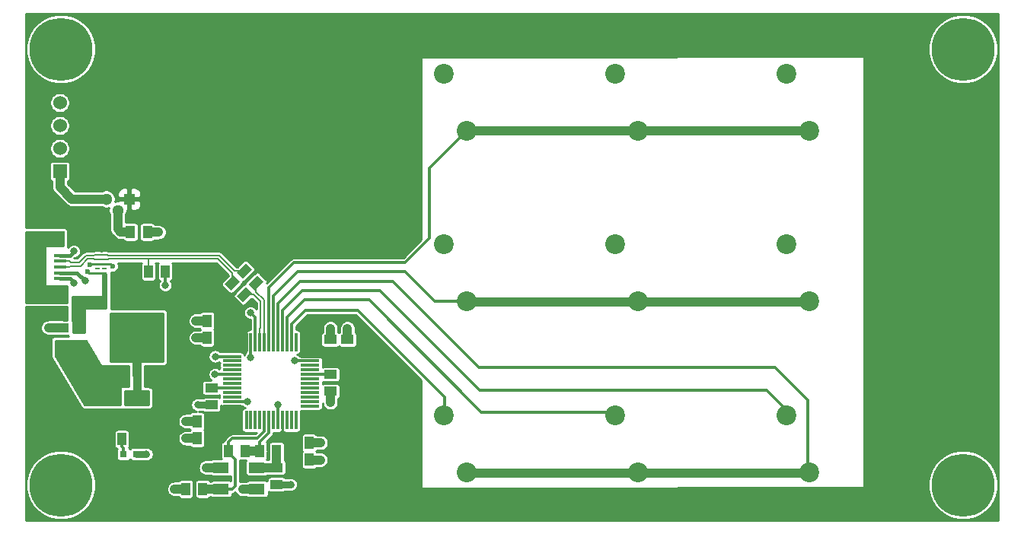
<source format=gbr>
G04 #@! TF.GenerationSoftware,KiCad,Pcbnew,(5.1.4)-1*
G04 #@! TF.CreationDate,2020-06-13T17:24:10-04:00*
G04 #@! TF.ProjectId,Keypad,4b657970-6164-42e6-9b69-6361645f7063,rev?*
G04 #@! TF.SameCoordinates,Original*
G04 #@! TF.FileFunction,Copper,L1,Top*
G04 #@! TF.FilePolarity,Positive*
%FSLAX46Y46*%
G04 Gerber Fmt 4.6, Leading zero omitted, Abs format (unit mm)*
G04 Created by KiCad (PCBNEW (5.1.4)-1) date 2020-06-13 17:24:10*
%MOMM*%
%LPD*%
G04 APERTURE LIST*
%ADD10R,0.975000X1.400000*%
%ADD11C,1.300000*%
%ADD12R,1.300000X1.300000*%
%ADD13C,1.524000*%
%ADD14R,1.524000X1.524000*%
%ADD15R,1.400000X0.975000*%
%ADD16R,1.800000X1.200000*%
%ADD17R,2.000000X0.300000*%
%ADD18R,0.300000X2.000000*%
%ADD19R,3.450000X2.150000*%
%ADD20R,0.558800X2.057400*%
%ADD21R,0.480000X0.250000*%
%ADD22C,2.200000*%
%ADD23C,0.975000*%
%ADD24C,0.100000*%
%ADD25C,7.000000*%
%ADD26R,0.800000X0.800000*%
%ADD27R,1.350000X0.400000*%
%ADD28R,1.400000X1.600000*%
%ADD29R,1.900000X1.900000*%
%ADD30O,1.800000X0.900000*%
%ADD31C,0.800000*%
%ADD32C,0.600000*%
%ADD33C,1.000000*%
%ADD34C,0.750000*%
%ADD35C,0.250000*%
%ADD36C,0.300000*%
%ADD37C,0.400000*%
%ADD38C,0.150000*%
%ADD39C,0.254000*%
G04 APERTURE END LIST*
D10*
X103172500Y-91084400D03*
X101297500Y-91084400D03*
D11*
X99872800Y-88671400D03*
X98602800Y-87401400D03*
D12*
X101142800Y-87401400D03*
D10*
X103291400Y-95465900D03*
X105166400Y-95465900D03*
D13*
X93433900Y-79225140D03*
X93433900Y-76685140D03*
X93433900Y-81765140D03*
D14*
X93433900Y-84305140D03*
D10*
X119293400Y-114531140D03*
X121168400Y-114531140D03*
X110576600Y-112141000D03*
X108701600Y-112141000D03*
D15*
X123530360Y-104922560D03*
X123530360Y-103047560D03*
D10*
X119290860Y-116433600D03*
X121165860Y-116433600D03*
X110589300Y-114035840D03*
X108714300Y-114035840D03*
D15*
X125435360Y-104925100D03*
X125435360Y-103050100D03*
D10*
X112206800Y-115420140D03*
X114081800Y-115420140D03*
X111704360Y-102844600D03*
X109829360Y-102844600D03*
X111706900Y-100967540D03*
X109831900Y-100967540D03*
D16*
X115354100Y-119687040D03*
X111354100Y-119687040D03*
X111354100Y-117287040D03*
X115354100Y-117287040D03*
D17*
X112575900Y-110423140D03*
X112575900Y-109923140D03*
X112575900Y-109423140D03*
X112575900Y-108923140D03*
X112575900Y-108423140D03*
X112575900Y-107923140D03*
X112575900Y-107423140D03*
X112575900Y-106923140D03*
X112575900Y-106423140D03*
X112575900Y-105923140D03*
X112575900Y-105423140D03*
X112575900Y-104923140D03*
D18*
X114178900Y-103320140D03*
X114678900Y-103320140D03*
X115178900Y-103320140D03*
X115678900Y-103320140D03*
X116178900Y-103320140D03*
X116678900Y-103320140D03*
X117178900Y-103320140D03*
X117678900Y-103320140D03*
X118178900Y-103320140D03*
X118678900Y-103320140D03*
X119178900Y-103320140D03*
X119678900Y-103320140D03*
D17*
X121281900Y-104923140D03*
X121281900Y-105423140D03*
X121281900Y-105923140D03*
X121281900Y-106423140D03*
X121281900Y-106923140D03*
X121281900Y-107423140D03*
X121281900Y-107923140D03*
X121281900Y-108423140D03*
X121281900Y-108923140D03*
X121281900Y-109423140D03*
X121281900Y-109923140D03*
X121281900Y-110423140D03*
D18*
X119678900Y-112026140D03*
X119178900Y-112026140D03*
X118678900Y-112026140D03*
X118178900Y-112026140D03*
X117678900Y-112026140D03*
X117178900Y-112026140D03*
X116678900Y-112026140D03*
X116178900Y-112026140D03*
X115678900Y-112026140D03*
X115178900Y-112026140D03*
X114678900Y-112026140D03*
X114178900Y-112026140D03*
D19*
X101993700Y-101208840D03*
D20*
X104533700Y-107152440D03*
X103263700Y-107152440D03*
X101993700Y-107152440D03*
X100723700Y-107152440D03*
X99453700Y-107152440D03*
D21*
X98407440Y-95629480D03*
X98407440Y-95129480D03*
X98407440Y-94629480D03*
X98407440Y-94129480D03*
X98407440Y-93629480D03*
X97627440Y-95629480D03*
X97627440Y-95129480D03*
X97627440Y-94629480D03*
X97627440Y-94129480D03*
X97627440Y-93629480D03*
D22*
X176796700Y-79796640D03*
X174256700Y-73446640D03*
X157736540Y-79796640D03*
X155196540Y-73446640D03*
X138676380Y-79796640D03*
X136136380Y-73446640D03*
X176796700Y-98813620D03*
X174256700Y-92463620D03*
X157736540Y-98813620D03*
X155196540Y-92463620D03*
X138676380Y-98813620D03*
X136136380Y-92463620D03*
X176796700Y-117833140D03*
X174256700Y-111483140D03*
X157736540Y-117833140D03*
X155196540Y-111483140D03*
X138676380Y-117833140D03*
X136136380Y-111483140D03*
D15*
X123532900Y-108801140D03*
X123532900Y-106926140D03*
X110286800Y-110299740D03*
X110286800Y-108424740D03*
D10*
X117548900Y-115420140D03*
X115673900Y-115420140D03*
X102220000Y-114124740D03*
X100345000Y-114124740D03*
D23*
X112621087Y-96720687D03*
D24*
G36*
X111781398Y-96870947D02*
G01*
X112771347Y-95880998D01*
X113460776Y-96570427D01*
X112470827Y-97560376D01*
X111781398Y-96870947D01*
X111781398Y-96870947D01*
G37*
D23*
X113946913Y-98046513D03*
D24*
G36*
X113107224Y-98196773D02*
G01*
X114097173Y-97206824D01*
X114786602Y-97896253D01*
X113796653Y-98886202D01*
X113107224Y-98196773D01*
X113107224Y-98196773D01*
G37*
D23*
X113941887Y-95399887D03*
D24*
G36*
X113102198Y-95550147D02*
G01*
X114092147Y-94560198D01*
X114781576Y-95249627D01*
X113791627Y-96239576D01*
X113102198Y-95550147D01*
X113102198Y-95550147D01*
G37*
D23*
X115267713Y-96725713D03*
D24*
G36*
X114428024Y-96875973D02*
G01*
X115417973Y-95886024D01*
X116107402Y-96575453D01*
X115117453Y-97565402D01*
X114428024Y-96875973D01*
X114428024Y-96875973D01*
G37*
D25*
X93560900Y-70716140D03*
X93560900Y-119230140D03*
X193890900Y-119230140D03*
X193890900Y-70716140D03*
D15*
X95664020Y-101729300D03*
X95664020Y-103604300D03*
D26*
X101981000Y-115775740D03*
X100520500Y-115775740D03*
D15*
X117551200Y-119159260D03*
X117551200Y-117284260D03*
D10*
X107446840Y-119684800D03*
X109321840Y-119684800D03*
X102719900Y-109578140D03*
X104594900Y-109578140D03*
D15*
X93759020Y-103604300D03*
X93759020Y-101729300D03*
D10*
X99354400Y-109578140D03*
X101229400Y-109578140D03*
D27*
X93492700Y-93673140D03*
X93492700Y-94323140D03*
X93492700Y-94973140D03*
X93492700Y-95623140D03*
X93492700Y-96273140D03*
D28*
X93267700Y-91773140D03*
X93267700Y-98173140D03*
D29*
X90817700Y-93773140D03*
X90817700Y-96173140D03*
D30*
X90817700Y-91673140D03*
X90817700Y-98273140D03*
D31*
X104429560Y-91092020D03*
X123527820Y-101793040D03*
X125432820Y-101793040D03*
X113753900Y-119687340D03*
X109715300Y-117287040D03*
X108572300Y-102834440D03*
X108572300Y-100954840D03*
X108762800Y-110302040D03*
X107442000Y-112143540D03*
X107442000Y-114035840D03*
X106184700Y-119674640D03*
X117678200Y-110314740D03*
X123532900Y-110035340D03*
X103083360Y-115778280D03*
X99402900Y-100561140D03*
X99402900Y-102593140D03*
X104482900Y-100561140D03*
X104482900Y-102593140D03*
X101942900Y-103609140D03*
X99402900Y-104625140D03*
X104482900Y-104625140D03*
X119113300Y-119166640D03*
X122428000Y-114531140D03*
X122428000Y-116436140D03*
X114678900Y-105042140D03*
X119547200Y-105423140D03*
X114287740Y-109923140D03*
X92176600Y-101727000D03*
D32*
X99314000Y-94894400D03*
X96799159Y-94722353D03*
D31*
X94996000Y-96710500D03*
X110705900Y-104929940D03*
X94996000Y-93218000D03*
D32*
X96520000Y-95504000D03*
D31*
X105166160Y-97015300D03*
X110698280Y-106918760D03*
X96248220Y-96507300D03*
X114642900Y-100053140D03*
D33*
X103195360Y-91092020D02*
X104429560Y-91092020D01*
X123527820Y-103027240D02*
X123527820Y-101793040D01*
X125432820Y-103027240D02*
X125432820Y-101793040D01*
X114988100Y-119687340D02*
X113753900Y-119687340D01*
X110949500Y-117287040D02*
X109715300Y-117287040D01*
X109806500Y-102834440D02*
X108572300Y-102834440D01*
X109806500Y-100954840D02*
X108572300Y-100954840D01*
D34*
X108763040Y-110302280D02*
X108762800Y-110302040D01*
X110238540Y-110302280D02*
X108763040Y-110302280D01*
D33*
X108676200Y-112143540D02*
X107442000Y-112143540D01*
X108676200Y-114035840D02*
X107442000Y-114035840D01*
X107418900Y-119674640D02*
X106184700Y-119674640D01*
D35*
X117678900Y-110391640D02*
X117665500Y-110378240D01*
D33*
X123532900Y-108801140D02*
X123532900Y-110035340D01*
D34*
X101965760Y-115778280D02*
X103083360Y-115778280D01*
X117879100Y-119166640D02*
X119113300Y-119166640D01*
D33*
X121193800Y-114531140D02*
X122428000Y-114531140D01*
X121193800Y-116436140D02*
X122428000Y-116436140D01*
D36*
X114678900Y-103320140D02*
X114678900Y-105042140D01*
X114678900Y-105042140D02*
X114678900Y-105042140D01*
X121281900Y-105423140D02*
X119547200Y-105423140D01*
X119547200Y-105423140D02*
X119547200Y-105423140D01*
X117678900Y-110315440D02*
X117678200Y-110314740D01*
X117678900Y-112026140D02*
X117678900Y-110315440D01*
X112575900Y-109923140D02*
X114287740Y-109923140D01*
X114287740Y-109923140D02*
X114287740Y-109923140D01*
D33*
X93759020Y-101729300D02*
X92178900Y-101729300D01*
X92178900Y-101729300D02*
X92176600Y-101727000D01*
D35*
X97627440Y-94629480D02*
X98407440Y-94629480D01*
X98407440Y-94629480D02*
X99049080Y-94629480D01*
X99049080Y-94629480D02*
X99314000Y-94894400D01*
X97627440Y-94629480D02*
X96892032Y-94629480D01*
X96892032Y-94629480D02*
X96799159Y-94722353D01*
D37*
X93492700Y-96273140D02*
X94558640Y-96273140D01*
X94558640Y-96273140D02*
X94996000Y-96710500D01*
D36*
X111351860Y-119684800D02*
X111354100Y-119687040D01*
D33*
X109321840Y-119684800D02*
X111351860Y-119684800D01*
D36*
X112206800Y-115632640D02*
X112206800Y-115420140D01*
X112944300Y-116370140D02*
X112206800Y-115632640D01*
X112944300Y-119330200D02*
X112944300Y-116370140D01*
X112587460Y-119687040D02*
X112944300Y-119330200D01*
X111354100Y-119687040D02*
X112587460Y-119687040D01*
X115393800Y-114061240D02*
X116178900Y-113276140D01*
X112615700Y-114061240D02*
X115393800Y-114061240D01*
X112206800Y-115420140D02*
X112206800Y-114470140D01*
X112206800Y-114470140D02*
X112615700Y-114061240D01*
X116178900Y-113258020D02*
X116169840Y-113267080D01*
X116178900Y-112026140D02*
X116178900Y-113258020D01*
X115356880Y-117284260D02*
X115354100Y-117287040D01*
D33*
X117551200Y-117284260D02*
X115356880Y-117284260D01*
D36*
X117551200Y-115422440D02*
X117548900Y-115420140D01*
D33*
X117551200Y-117284260D02*
X117551200Y-115422440D01*
D36*
X100345000Y-114967780D02*
X100345000Y-114124740D01*
X100520500Y-115775740D02*
X100520500Y-115143280D01*
X100520500Y-115143280D02*
X100345000Y-114967780D01*
X112569100Y-104929940D02*
X112575900Y-104923140D01*
X110712700Y-104923140D02*
X110705900Y-104929940D01*
X112575900Y-104923140D02*
X110712700Y-104923140D01*
D33*
X115673900Y-115420140D02*
X114081800Y-115420140D01*
D36*
X116678900Y-113276140D02*
X116678900Y-112026140D01*
X116678900Y-113465140D02*
X116678900Y-113276140D01*
X115673900Y-114470140D02*
X116678900Y-113465140D01*
X115673900Y-115420140D02*
X115673900Y-114470140D01*
D33*
X138709400Y-117896640D02*
X176809400Y-117896640D01*
D36*
X176618900Y-117706140D02*
X176618900Y-109791500D01*
X176809400Y-117896640D02*
X176618900Y-117706140D01*
X176618900Y-109791500D02*
X172976540Y-106149140D01*
X117678900Y-99049140D02*
X117678900Y-103320140D01*
X120119140Y-96608900D02*
X117678900Y-99049140D01*
X172976540Y-106149140D02*
X140042900Y-106149140D01*
X140042900Y-106149140D02*
X130502660Y-96608900D01*
X130502660Y-96608900D02*
X120119140Y-96608900D01*
X119178900Y-101359140D02*
X119178900Y-103320140D01*
X120738900Y-99799140D02*
X119178900Y-101359140D01*
X126580900Y-99799140D02*
X120738900Y-99799140D01*
X136232900Y-109451140D02*
X126580900Y-99799140D01*
X136169400Y-111546640D02*
X136232900Y-111483140D01*
X136232900Y-111483140D02*
X136232900Y-109451140D01*
X118678900Y-100589140D02*
X118678900Y-103320140D01*
X120627140Y-98640900D02*
X118678900Y-100589140D01*
X127812800Y-98640900D02*
X120627140Y-98640900D01*
X140296900Y-111125000D02*
X127812800Y-98640900D01*
X155219400Y-111546640D02*
X154797760Y-111125000D01*
X154797760Y-111125000D02*
X140296900Y-111125000D01*
X118178900Y-99819140D02*
X118178900Y-103320140D01*
X174269400Y-111546640D02*
X174269400Y-110911640D01*
X174269400Y-110911640D02*
X172057060Y-108699300D01*
X172057060Y-108699300D02*
X140131800Y-108699300D01*
X140131800Y-108699300D02*
X129032000Y-97599500D01*
X129032000Y-97599500D02*
X120398540Y-97599500D01*
X120398540Y-97599500D02*
X118178900Y-99819140D01*
D33*
X138709400Y-98846640D02*
X176809400Y-98846640D01*
D36*
X138709400Y-98846640D02*
X138645900Y-98783140D01*
X117178900Y-98152140D02*
X117178900Y-103320140D01*
X119849900Y-95481140D02*
X117178900Y-98152140D01*
X131828540Y-95481140D02*
X119849900Y-95481140D01*
X135130540Y-98783140D02*
X131828540Y-95481140D01*
X138645900Y-98783140D02*
X135130540Y-98783140D01*
D33*
X138709400Y-79796640D02*
X157759400Y-79796640D01*
X159315034Y-79796640D02*
X176809400Y-79796640D01*
X157759400Y-79796640D02*
X159315034Y-79796640D01*
D36*
X116678900Y-97255140D02*
X116678900Y-103320140D01*
X134543800Y-83962240D02*
X134543800Y-91770200D01*
X138709400Y-79796640D02*
X134543800Y-83962240D01*
X134543800Y-91770200D02*
X131848860Y-94465140D01*
X131848860Y-94465140D02*
X119468900Y-94465140D01*
X119468900Y-94465140D02*
X116678900Y-97255140D01*
D35*
X112574300Y-108424740D02*
X112575900Y-108423140D01*
D36*
X110288400Y-108423140D02*
X110286800Y-108424740D01*
X112575900Y-108423140D02*
X110288400Y-108423140D01*
D35*
X121284900Y-106926140D02*
X121281900Y-106923140D01*
D36*
X123529900Y-106923140D02*
X123532900Y-106926140D01*
X121281900Y-106923140D02*
X123529900Y-106923140D01*
D37*
X93492700Y-93673140D02*
X93967700Y-93673140D01*
X93492700Y-93673140D02*
X94540860Y-93673140D01*
X94540860Y-93673140D02*
X94996000Y-93218000D01*
D35*
X97627440Y-95629480D02*
X98407440Y-95629480D01*
X96645480Y-95629480D02*
X96520000Y-95504000D01*
X97627440Y-95629480D02*
X96645480Y-95629480D01*
D38*
X94630201Y-94848140D02*
X95718804Y-94848140D01*
X93492700Y-94973140D02*
X94505201Y-94973140D01*
X94505201Y-94973140D02*
X94630201Y-94848140D01*
X96487464Y-94079480D02*
X97217439Y-94079480D01*
X95718804Y-94848140D02*
X96487464Y-94079480D01*
X97217439Y-94079480D02*
X97267439Y-94129480D01*
X97267439Y-94129480D02*
X97627440Y-94129480D01*
X98767441Y-94129480D02*
X98817441Y-94079480D01*
X98407440Y-94129480D02*
X98767441Y-94129480D01*
X111017837Y-94079480D02*
X112621087Y-95682730D01*
X112621087Y-95682730D02*
X112621087Y-96720687D01*
X97627440Y-94129480D02*
X98407440Y-94129480D01*
X103291400Y-94082200D02*
X103288680Y-94079480D01*
X103291400Y-95465900D02*
X103291400Y-94082200D01*
X98817441Y-94079480D02*
X103288680Y-94079480D01*
X103288680Y-94079480D02*
X111017837Y-94079480D01*
X114984870Y-98046513D02*
X115728900Y-98790543D01*
X113946913Y-98046513D02*
X114984870Y-98046513D01*
X115728900Y-98790543D02*
X115728900Y-101770139D01*
X115728900Y-101770139D02*
X115678900Y-101820139D01*
X115678900Y-101820139D02*
X115678900Y-103320140D01*
X94630201Y-94448140D02*
X95553116Y-94448140D01*
X94505201Y-94323140D02*
X94630201Y-94448140D01*
X93492700Y-94323140D02*
X94505201Y-94323140D01*
X97267439Y-93629480D02*
X97627440Y-93629480D01*
X97217439Y-93679480D02*
X97267439Y-93629480D01*
X95553116Y-94448140D02*
X96321776Y-93679480D01*
X96321776Y-93679480D02*
X97217439Y-93679480D01*
X112903930Y-95399887D02*
X113941887Y-95399887D01*
X111183523Y-93679480D02*
X112903930Y-95399887D01*
X98817441Y-93679480D02*
X111183523Y-93679480D01*
X98767441Y-93629480D02*
X98817441Y-93679480D01*
X98407440Y-93629480D02*
X98767441Y-93629480D01*
X97627440Y-93629480D02*
X98407440Y-93629480D01*
X116178900Y-101820139D02*
X116178900Y-103320140D01*
X116128900Y-98624857D02*
X116128900Y-101770139D01*
X115267713Y-97763670D02*
X116128900Y-98624857D01*
X116128900Y-101770139D02*
X116178900Y-101820139D01*
X115267713Y-96725713D02*
X115267713Y-97763670D01*
D36*
X105166400Y-95465900D02*
X105166400Y-97015060D01*
X105166400Y-97015060D02*
X105166160Y-97015300D01*
X110698280Y-106918760D02*
X112571520Y-106918760D01*
D35*
X123532900Y-104925100D02*
X123530360Y-104922560D01*
X119290860Y-114533680D02*
X119293400Y-114531140D01*
X121282480Y-104922560D02*
X121281900Y-104923140D01*
D36*
X123530360Y-104922560D02*
X121282480Y-104922560D01*
D35*
X118178900Y-112026140D02*
X118178900Y-113276140D01*
D37*
X93492700Y-95623140D02*
X95364060Y-95623140D01*
X95364060Y-95623140D02*
X96248220Y-96507300D01*
D36*
X115178900Y-100589140D02*
X115178900Y-103320140D01*
X114642900Y-100053140D02*
X115178900Y-100589140D01*
D33*
X94768160Y-87401400D02*
X98602800Y-87401400D01*
X93433900Y-84305140D02*
X93433900Y-86067140D01*
X93433900Y-86067140D02*
X94768160Y-87401400D01*
X99875100Y-88673700D02*
X99872800Y-88671400D01*
X99872800Y-88671400D02*
X99872800Y-90754200D01*
X100203000Y-91084400D02*
X101297500Y-91084400D01*
X99872800Y-90754200D02*
X100203000Y-91084400D01*
D39*
G36*
X93840300Y-92598240D02*
G01*
X91871800Y-92598240D01*
X91847024Y-92600680D01*
X91823199Y-92607907D01*
X91801243Y-92619643D01*
X91781997Y-92635437D01*
X91766203Y-92654683D01*
X91754467Y-92676639D01*
X91747240Y-92700464D01*
X91744800Y-92725240D01*
X91744800Y-96977200D01*
X91747240Y-97001976D01*
X91754467Y-97025801D01*
X91766203Y-97047757D01*
X91781997Y-97067003D01*
X91801243Y-97082797D01*
X91823199Y-97094533D01*
X91847024Y-97101760D01*
X91871800Y-97104200D01*
X94208600Y-97104200D01*
X94208600Y-98910140D01*
X89623900Y-98910140D01*
X89623900Y-91099640D01*
X93840300Y-91099640D01*
X93840300Y-92598240D01*
X93840300Y-92598240D01*
G37*
X93840300Y-92598240D02*
X91871800Y-92598240D01*
X91847024Y-92600680D01*
X91823199Y-92607907D01*
X91801243Y-92619643D01*
X91781997Y-92635437D01*
X91766203Y-92654683D01*
X91754467Y-92676639D01*
X91747240Y-92700464D01*
X91744800Y-92725240D01*
X91744800Y-96977200D01*
X91747240Y-97001976D01*
X91754467Y-97025801D01*
X91766203Y-97047757D01*
X91781997Y-97067003D01*
X91801243Y-97082797D01*
X91823199Y-97094533D01*
X91847024Y-97101760D01*
X91871800Y-97104200D01*
X94208600Y-97104200D01*
X94208600Y-98910140D01*
X89623900Y-98910140D01*
X89623900Y-91099640D01*
X93840300Y-91099640D01*
X93840300Y-92598240D01*
G36*
X104927400Y-105448100D02*
G01*
X102476300Y-105448100D01*
X102451524Y-105450540D01*
X102427699Y-105457767D01*
X102405743Y-105469503D01*
X102386497Y-105485297D01*
X102370703Y-105504543D01*
X102358967Y-105526499D01*
X102351740Y-105550324D01*
X102349301Y-105574578D01*
X102336601Y-108663218D01*
X102338939Y-108688004D01*
X102346068Y-108711858D01*
X102357714Y-108733863D01*
X102373429Y-108753173D01*
X102392609Y-108769046D01*
X102414517Y-108780872D01*
X102438312Y-108788197D01*
X102461860Y-108790728D01*
X103263700Y-108801712D01*
X103263700Y-110314740D01*
X100672900Y-110314740D01*
X100672900Y-108790740D01*
X101523800Y-108790740D01*
X101548576Y-108788300D01*
X101572401Y-108781073D01*
X101594357Y-108769337D01*
X101613603Y-108753543D01*
X101629397Y-108734297D01*
X101641133Y-108712341D01*
X101648360Y-108688516D01*
X101650799Y-108663218D01*
X101638099Y-105574578D01*
X101635557Y-105549812D01*
X101628232Y-105526017D01*
X101616406Y-105504109D01*
X101600533Y-105484929D01*
X101581223Y-105469214D01*
X101559218Y-105457568D01*
X101535364Y-105450439D01*
X101511100Y-105448100D01*
X99047300Y-105448100D01*
X99047300Y-100167309D01*
X104927400Y-100161222D01*
X104927400Y-105448100D01*
X104927400Y-105448100D01*
G37*
X104927400Y-105448100D02*
X102476300Y-105448100D01*
X102451524Y-105450540D01*
X102427699Y-105457767D01*
X102405743Y-105469503D01*
X102386497Y-105485297D01*
X102370703Y-105504543D01*
X102358967Y-105526499D01*
X102351740Y-105550324D01*
X102349301Y-105574578D01*
X102336601Y-108663218D01*
X102338939Y-108688004D01*
X102346068Y-108711858D01*
X102357714Y-108733863D01*
X102373429Y-108753173D01*
X102392609Y-108769046D01*
X102414517Y-108780872D01*
X102438312Y-108788197D01*
X102461860Y-108790728D01*
X103263700Y-108801712D01*
X103263700Y-110314740D01*
X100672900Y-110314740D01*
X100672900Y-108790740D01*
X101523800Y-108790740D01*
X101548576Y-108788300D01*
X101572401Y-108781073D01*
X101594357Y-108769337D01*
X101613603Y-108753543D01*
X101629397Y-108734297D01*
X101641133Y-108712341D01*
X101648360Y-108688516D01*
X101650799Y-108663218D01*
X101638099Y-105574578D01*
X101635557Y-105549812D01*
X101628232Y-105526017D01*
X101616406Y-105504109D01*
X101600533Y-105484929D01*
X101581223Y-105469214D01*
X101559218Y-105457568D01*
X101535364Y-105450439D01*
X101511100Y-105448100D01*
X99047300Y-105448100D01*
X99047300Y-100167309D01*
X104927400Y-100161222D01*
X104927400Y-105448100D01*
G36*
X97944288Y-105880095D02*
G01*
X97958825Y-105900307D01*
X97977027Y-105917293D01*
X97998192Y-105930403D01*
X98021508Y-105939131D01*
X98054160Y-105943400D01*
X101132640Y-105943400D01*
X101132640Y-108290360D01*
X100289360Y-108290360D01*
X100264584Y-108292800D01*
X100240759Y-108300027D01*
X100218803Y-108311763D01*
X100199557Y-108327557D01*
X100183763Y-108346803D01*
X100172027Y-108368759D01*
X100164800Y-108392584D01*
X100162360Y-108417521D01*
X100164739Y-110293670D01*
X98742224Y-110299500D01*
X96211048Y-110299500D01*
X92964000Y-104866938D01*
X92964000Y-103187500D01*
X96383327Y-103187500D01*
X97944288Y-105880095D01*
X97944288Y-105880095D01*
G37*
X97944288Y-105880095D02*
X97958825Y-105900307D01*
X97977027Y-105917293D01*
X97998192Y-105930403D01*
X98021508Y-105939131D01*
X98054160Y-105943400D01*
X101132640Y-105943400D01*
X101132640Y-108290360D01*
X100289360Y-108290360D01*
X100264584Y-108292800D01*
X100240759Y-108300027D01*
X100218803Y-108311763D01*
X100199557Y-108327557D01*
X100183763Y-108346803D01*
X100172027Y-108368759D01*
X100164800Y-108392584D01*
X100162360Y-108417521D01*
X100164739Y-110293670D01*
X98742224Y-110299500D01*
X96211048Y-110299500D01*
X92964000Y-104866938D01*
X92964000Y-103187500D01*
X96383327Y-103187500D01*
X97944288Y-105880095D01*
G36*
X98552000Y-99568000D02*
G01*
X96329500Y-99568000D01*
X96304724Y-99570440D01*
X96280899Y-99577667D01*
X96258943Y-99589403D01*
X96239697Y-99605197D01*
X96223903Y-99624443D01*
X96212167Y-99646399D01*
X96204940Y-99670224D01*
X96202500Y-99695000D01*
X96202500Y-102235000D01*
X94936534Y-102235000D01*
X94938327Y-102216800D01*
X94938327Y-101241800D01*
X94929117Y-101148292D01*
X94901842Y-101058377D01*
X94869000Y-100996934D01*
X94869000Y-98298000D01*
X98107500Y-98298000D01*
X98132276Y-98295560D01*
X98156101Y-98288333D01*
X98178057Y-98276597D01*
X98197303Y-98260803D01*
X98213097Y-98241557D01*
X98224833Y-98219601D01*
X98232060Y-98195776D01*
X98234500Y-98170882D01*
X98232230Y-95733787D01*
X98552000Y-95733787D01*
X98552000Y-99568000D01*
X98552000Y-99568000D01*
G37*
X98552000Y-99568000D02*
X96329500Y-99568000D01*
X96304724Y-99570440D01*
X96280899Y-99577667D01*
X96258943Y-99589403D01*
X96239697Y-99605197D01*
X96223903Y-99624443D01*
X96212167Y-99646399D01*
X96204940Y-99670224D01*
X96202500Y-99695000D01*
X96202500Y-102235000D01*
X94936534Y-102235000D01*
X94938327Y-102216800D01*
X94938327Y-101241800D01*
X94929117Y-101148292D01*
X94901842Y-101058377D01*
X94869000Y-100996934D01*
X94869000Y-98298000D01*
X98107500Y-98298000D01*
X98132276Y-98295560D01*
X98156101Y-98288333D01*
X98178057Y-98276597D01*
X98197303Y-98260803D01*
X98213097Y-98241557D01*
X98224833Y-98219601D01*
X98232060Y-98195776D01*
X98234500Y-98170882D01*
X98232230Y-95733787D01*
X98552000Y-95733787D01*
X98552000Y-99568000D01*
G36*
X197806900Y-71502606D02*
G01*
X197687370Y-71502840D01*
X197767900Y-71097991D01*
X197767900Y-70334289D01*
X197618909Y-69585261D01*
X197326653Y-68879692D01*
X196902362Y-68244697D01*
X196362343Y-67704678D01*
X195727348Y-67280387D01*
X195021779Y-66988131D01*
X194272751Y-66839140D01*
X193509049Y-66839140D01*
X192760021Y-66988131D01*
X192054452Y-67280387D01*
X191419457Y-67704678D01*
X190879438Y-68244697D01*
X190455147Y-68879692D01*
X190162891Y-69585261D01*
X190013900Y-70334289D01*
X190013900Y-71097991D01*
X190097384Y-71517693D01*
X133730751Y-71628000D01*
X133705980Y-71630489D01*
X133682170Y-71637763D01*
X133660236Y-71649542D01*
X133641022Y-71665373D01*
X133625265Y-71684649D01*
X133613572Y-71706629D01*
X133606392Y-71730467D01*
X133604000Y-71755000D01*
X133604000Y-91964709D01*
X131630571Y-93938140D01*
X119494781Y-93938140D01*
X119468900Y-93935591D01*
X119443019Y-93938140D01*
X119365590Y-93945766D01*
X119266250Y-93975901D01*
X119174698Y-94024836D01*
X119094452Y-94090692D01*
X119077954Y-94110795D01*
X116444830Y-96743921D01*
X116457390Y-96720423D01*
X116478947Y-96649358D01*
X116486226Y-96575453D01*
X116478947Y-96501548D01*
X116457390Y-96430483D01*
X116422383Y-96364990D01*
X116375271Y-96307584D01*
X115685842Y-95618155D01*
X115628436Y-95571043D01*
X115562943Y-95536036D01*
X115491878Y-95514479D01*
X115417973Y-95507200D01*
X115344068Y-95514479D01*
X115273003Y-95536036D01*
X115207510Y-95571043D01*
X115150104Y-95618155D01*
X114160155Y-96608104D01*
X114113043Y-96665510D01*
X114078036Y-96731003D01*
X114056479Y-96802068D01*
X114053501Y-96832301D01*
X114023268Y-96835279D01*
X113952203Y-96856836D01*
X113886710Y-96891843D01*
X113829304Y-96938955D01*
X112839355Y-97928904D01*
X112792243Y-97986310D01*
X112757236Y-98051803D01*
X112735679Y-98122868D01*
X112728400Y-98196773D01*
X112735679Y-98270678D01*
X112757236Y-98341743D01*
X112792243Y-98407236D01*
X112839355Y-98464642D01*
X113528784Y-99154071D01*
X113586190Y-99201183D01*
X113651683Y-99236190D01*
X113722748Y-99257747D01*
X113796653Y-99265026D01*
X113870558Y-99257747D01*
X113941623Y-99236190D01*
X114007116Y-99201183D01*
X114064522Y-99154071D01*
X114720080Y-98498513D01*
X114797647Y-98498513D01*
X115276900Y-98977768D01*
X115276900Y-99603424D01*
X115246436Y-99557831D01*
X115138209Y-99449604D01*
X115010948Y-99364571D01*
X114869543Y-99305999D01*
X114719428Y-99276140D01*
X114566372Y-99276140D01*
X114416257Y-99305999D01*
X114274852Y-99364571D01*
X114147591Y-99449604D01*
X114039364Y-99557831D01*
X113954331Y-99685092D01*
X113895759Y-99826497D01*
X113865900Y-99976612D01*
X113865900Y-100129668D01*
X113895759Y-100279783D01*
X113954331Y-100421188D01*
X114039364Y-100548449D01*
X114147591Y-100656676D01*
X114274852Y-100741709D01*
X114416257Y-100800281D01*
X114566372Y-100830140D01*
X114651900Y-100830140D01*
X114651900Y-101941316D01*
X114528900Y-101941316D01*
X114454995Y-101948595D01*
X114383930Y-101970152D01*
X114318437Y-102005159D01*
X114261031Y-102052271D01*
X114213919Y-102109677D01*
X114178912Y-102175170D01*
X114157355Y-102246235D01*
X114150076Y-102320140D01*
X114150076Y-104320140D01*
X114151901Y-104338665D01*
X114151901Y-104470294D01*
X114075364Y-104546831D01*
X113990331Y-104674092D01*
X113953683Y-104762568D01*
X113947445Y-104699235D01*
X113925888Y-104628170D01*
X113890881Y-104562677D01*
X113843769Y-104505271D01*
X113786363Y-104458159D01*
X113720870Y-104423152D01*
X113649805Y-104401595D01*
X113575900Y-104394316D01*
X112583261Y-104394316D01*
X112575900Y-104393591D01*
X112568539Y-104394316D01*
X111575900Y-104394316D01*
X111557381Y-104396140D01*
X111270945Y-104396140D01*
X111201209Y-104326404D01*
X111073948Y-104241371D01*
X110932543Y-104182799D01*
X110782428Y-104152940D01*
X110629372Y-104152940D01*
X110479257Y-104182799D01*
X110337852Y-104241371D01*
X110210591Y-104326404D01*
X110102364Y-104434631D01*
X110017331Y-104561892D01*
X109958759Y-104703297D01*
X109928900Y-104853412D01*
X109928900Y-105006468D01*
X109958759Y-105156583D01*
X110017331Y-105297988D01*
X110102364Y-105425249D01*
X110210591Y-105533476D01*
X110337852Y-105618509D01*
X110479257Y-105677081D01*
X110629372Y-105706940D01*
X110782428Y-105706940D01*
X110932543Y-105677081D01*
X111073948Y-105618509D01*
X111197076Y-105536238D01*
X111197076Y-105573140D01*
X111204355Y-105647045D01*
X111212271Y-105673140D01*
X111204355Y-105699235D01*
X111197076Y-105773140D01*
X111197076Y-106073140D01*
X111204355Y-106147045D01*
X111212271Y-106173140D01*
X111204355Y-106199235D01*
X111197076Y-106273140D01*
X111197076Y-106318711D01*
X111193589Y-106315224D01*
X111066328Y-106230191D01*
X110924923Y-106171619D01*
X110774808Y-106141760D01*
X110621752Y-106141760D01*
X110471637Y-106171619D01*
X110330232Y-106230191D01*
X110202971Y-106315224D01*
X110094744Y-106423451D01*
X110009711Y-106550712D01*
X109951139Y-106692117D01*
X109921280Y-106842232D01*
X109921280Y-106995288D01*
X109951139Y-107145403D01*
X110009711Y-107286808D01*
X110094744Y-107414069D01*
X110202971Y-107522296D01*
X110257028Y-107558416D01*
X109586800Y-107558416D01*
X109512895Y-107565695D01*
X109441830Y-107587252D01*
X109376337Y-107622259D01*
X109318931Y-107669371D01*
X109271819Y-107726777D01*
X109236812Y-107792270D01*
X109215255Y-107863335D01*
X109207976Y-107937240D01*
X109207976Y-108912240D01*
X109215255Y-108986145D01*
X109236812Y-109057210D01*
X109271819Y-109122703D01*
X109318931Y-109180109D01*
X109376337Y-109227221D01*
X109441830Y-109262228D01*
X109512895Y-109283785D01*
X109586800Y-109291064D01*
X110986800Y-109291064D01*
X111060705Y-109283785D01*
X111131770Y-109262228D01*
X111197263Y-109227221D01*
X111201980Y-109223350D01*
X111197076Y-109273140D01*
X111197076Y-109497159D01*
X111131770Y-109462252D01*
X111060705Y-109440695D01*
X110986800Y-109433416D01*
X109586800Y-109433416D01*
X109512895Y-109440695D01*
X109441830Y-109462252D01*
X109376337Y-109497259D01*
X109318931Y-109544371D01*
X109314082Y-109550280D01*
X108966221Y-109550280D01*
X108839328Y-109525040D01*
X108686272Y-109525040D01*
X108536157Y-109554899D01*
X108394752Y-109613471D01*
X108267491Y-109698504D01*
X108159264Y-109806731D01*
X108074231Y-109933992D01*
X108015659Y-110075397D01*
X107985800Y-110225512D01*
X107985800Y-110378568D01*
X108015659Y-110528683D01*
X108074231Y-110670088D01*
X108159264Y-110797349D01*
X108267491Y-110905576D01*
X108394752Y-110990609D01*
X108536157Y-111049181D01*
X108601489Y-111062176D01*
X108214100Y-111062176D01*
X108140195Y-111069455D01*
X108069130Y-111091012D01*
X108003637Y-111126019D01*
X107946231Y-111173131D01*
X107899119Y-111230537D01*
X107879875Y-111266540D01*
X107398921Y-111266540D01*
X107270078Y-111279230D01*
X107104763Y-111329378D01*
X106952408Y-111410813D01*
X106818867Y-111520407D01*
X106709273Y-111653948D01*
X106627838Y-111806303D01*
X106577690Y-111971618D01*
X106560757Y-112143540D01*
X106577690Y-112315462D01*
X106627838Y-112480777D01*
X106709273Y-112633132D01*
X106818867Y-112766673D01*
X106952408Y-112876267D01*
X107104763Y-112957702D01*
X107270078Y-113007850D01*
X107398921Y-113020540D01*
X107882590Y-113020540D01*
X107899119Y-113051463D01*
X107935799Y-113096157D01*
X107911819Y-113125377D01*
X107893933Y-113158840D01*
X107398921Y-113158840D01*
X107270078Y-113171530D01*
X107104763Y-113221678D01*
X106952408Y-113303113D01*
X106818867Y-113412707D01*
X106709273Y-113546248D01*
X106627838Y-113698603D01*
X106577690Y-113863918D01*
X106560757Y-114035840D01*
X106577690Y-114207762D01*
X106627838Y-114373077D01*
X106709273Y-114525432D01*
X106818867Y-114658973D01*
X106952408Y-114768567D01*
X107104763Y-114850002D01*
X107270078Y-114900150D01*
X107398921Y-114912840D01*
X107893933Y-114912840D01*
X107911819Y-114946303D01*
X107958931Y-115003709D01*
X108016337Y-115050821D01*
X108081830Y-115085828D01*
X108152895Y-115107385D01*
X108226800Y-115114664D01*
X109201800Y-115114664D01*
X109275705Y-115107385D01*
X109346770Y-115085828D01*
X109412263Y-115050821D01*
X109469669Y-115003709D01*
X109516781Y-114946303D01*
X109551788Y-114880810D01*
X109573345Y-114809745D01*
X109580624Y-114735840D01*
X109580624Y-113335840D01*
X109573345Y-113261935D01*
X109551788Y-113190870D01*
X109516781Y-113125377D01*
X109480101Y-113080683D01*
X109504081Y-113051463D01*
X109539088Y-112985970D01*
X109560645Y-112914905D01*
X109567924Y-112841000D01*
X109567924Y-111441000D01*
X109560645Y-111367095D01*
X109539088Y-111296030D01*
X109504081Y-111230537D01*
X109456969Y-111173131D01*
X109399563Y-111126019D01*
X109334070Y-111091012D01*
X109263005Y-111069455D01*
X109189100Y-111062176D01*
X108924111Y-111062176D01*
X108963808Y-111054280D01*
X109318251Y-111054280D01*
X109318931Y-111055109D01*
X109376337Y-111102221D01*
X109441830Y-111137228D01*
X109512895Y-111158785D01*
X109586800Y-111166064D01*
X110986800Y-111166064D01*
X111060705Y-111158785D01*
X111131770Y-111137228D01*
X111197263Y-111102221D01*
X111254669Y-111055109D01*
X111301781Y-110997703D01*
X111336788Y-110932210D01*
X111358345Y-110861145D01*
X111365624Y-110787240D01*
X111365624Y-110388221D01*
X111430930Y-110423128D01*
X111501995Y-110444685D01*
X111575900Y-110451964D01*
X113575900Y-110451964D01*
X113594419Y-110450140D01*
X113715895Y-110450140D01*
X113792431Y-110526676D01*
X113919692Y-110611709D01*
X114010120Y-110649166D01*
X113954995Y-110654595D01*
X113883930Y-110676152D01*
X113818437Y-110711159D01*
X113761031Y-110758271D01*
X113713919Y-110815677D01*
X113678912Y-110881170D01*
X113657355Y-110952235D01*
X113650076Y-111026140D01*
X113650076Y-113026140D01*
X113657355Y-113100045D01*
X113678912Y-113171110D01*
X113713919Y-113236603D01*
X113761031Y-113294009D01*
X113818437Y-113341121D01*
X113883930Y-113376128D01*
X113954995Y-113397685D01*
X114028900Y-113404964D01*
X114328900Y-113404964D01*
X114402805Y-113397685D01*
X114428900Y-113389769D01*
X114454995Y-113397685D01*
X114528900Y-113404964D01*
X114828900Y-113404964D01*
X114902805Y-113397685D01*
X114928900Y-113389769D01*
X114954995Y-113397685D01*
X115028900Y-113404964D01*
X115304787Y-113404964D01*
X115175511Y-113534240D01*
X112641581Y-113534240D01*
X112615700Y-113531691D01*
X112589819Y-113534240D01*
X112512390Y-113541866D01*
X112413050Y-113572001D01*
X112321498Y-113620936D01*
X112241252Y-113686792D01*
X112224749Y-113706901D01*
X111852461Y-114079189D01*
X111832353Y-114095692D01*
X111777039Y-114163092D01*
X111766496Y-114175939D01*
X111717561Y-114267491D01*
X111694423Y-114343766D01*
X111645395Y-114348595D01*
X111574330Y-114370152D01*
X111508837Y-114405159D01*
X111451431Y-114452271D01*
X111404319Y-114509677D01*
X111369312Y-114575170D01*
X111347755Y-114646235D01*
X111340476Y-114720140D01*
X111340476Y-116120140D01*
X111347755Y-116194045D01*
X111369312Y-116265110D01*
X111392353Y-116308216D01*
X110454100Y-116308216D01*
X110380195Y-116315495D01*
X110309130Y-116337052D01*
X110243637Y-116372059D01*
X110197357Y-116410040D01*
X109672221Y-116410040D01*
X109543378Y-116422730D01*
X109378063Y-116472878D01*
X109225708Y-116554313D01*
X109092167Y-116663907D01*
X108982573Y-116797448D01*
X108901138Y-116949803D01*
X108850990Y-117115118D01*
X108834057Y-117287040D01*
X108850990Y-117458962D01*
X108901138Y-117624277D01*
X108982573Y-117776632D01*
X109092167Y-117910173D01*
X109225708Y-118019767D01*
X109378063Y-118101202D01*
X109543378Y-118151350D01*
X109672221Y-118164040D01*
X110197357Y-118164040D01*
X110243637Y-118202021D01*
X110309130Y-118237028D01*
X110380195Y-118258585D01*
X110454100Y-118265864D01*
X112254100Y-118265864D01*
X112328005Y-118258585D01*
X112399070Y-118237028D01*
X112417300Y-118227284D01*
X112417300Y-118746796D01*
X112399070Y-118737052D01*
X112328005Y-118715495D01*
X112254100Y-118708216D01*
X110454100Y-118708216D01*
X110380195Y-118715495D01*
X110309130Y-118737052D01*
X110243637Y-118772059D01*
X110200087Y-118807800D01*
X110142207Y-118807800D01*
X110124321Y-118774337D01*
X110077209Y-118716931D01*
X110019803Y-118669819D01*
X109954310Y-118634812D01*
X109883245Y-118613255D01*
X109809340Y-118605976D01*
X108834340Y-118605976D01*
X108760435Y-118613255D01*
X108689370Y-118634812D01*
X108623877Y-118669819D01*
X108566471Y-118716931D01*
X108519359Y-118774337D01*
X108484352Y-118839830D01*
X108462795Y-118910895D01*
X108455516Y-118984800D01*
X108455516Y-119533326D01*
X108440597Y-119684800D01*
X108455516Y-119836274D01*
X108455516Y-120384800D01*
X108462795Y-120458705D01*
X108484352Y-120529770D01*
X108519359Y-120595263D01*
X108566471Y-120652669D01*
X108623877Y-120699781D01*
X108689370Y-120734788D01*
X108760435Y-120756345D01*
X108834340Y-120763624D01*
X109809340Y-120763624D01*
X109883245Y-120756345D01*
X109954310Y-120734788D01*
X110019803Y-120699781D01*
X110077209Y-120652669D01*
X110124321Y-120595263D01*
X110142207Y-120561800D01*
X110194628Y-120561800D01*
X110243637Y-120602021D01*
X110309130Y-120637028D01*
X110380195Y-120658585D01*
X110454100Y-120665864D01*
X112254100Y-120665864D01*
X112328005Y-120658585D01*
X112399070Y-120637028D01*
X112464563Y-120602021D01*
X112521969Y-120554909D01*
X112569081Y-120497503D01*
X112604088Y-120432010D01*
X112625645Y-120360945D01*
X112632924Y-120287040D01*
X112632924Y-120212111D01*
X112690770Y-120206414D01*
X112790110Y-120176279D01*
X112881662Y-120127344D01*
X112960211Y-120062880D01*
X113021173Y-120176932D01*
X113130767Y-120310473D01*
X113264308Y-120420067D01*
X113416663Y-120501502D01*
X113581978Y-120551650D01*
X113710821Y-120564340D01*
X114197723Y-120564340D01*
X114243637Y-120602021D01*
X114309130Y-120637028D01*
X114380195Y-120658585D01*
X114454100Y-120665864D01*
X116254100Y-120665864D01*
X116328005Y-120658585D01*
X116399070Y-120637028D01*
X116464563Y-120602021D01*
X116521969Y-120554909D01*
X116569081Y-120497503D01*
X116604088Y-120432010D01*
X116625645Y-120360945D01*
X116632924Y-120287040D01*
X116632924Y-119955329D01*
X116640737Y-119961741D01*
X116706230Y-119996748D01*
X116777295Y-120018305D01*
X116851200Y-120025584D01*
X118251200Y-120025584D01*
X118325105Y-120018305D01*
X118396170Y-119996748D01*
X118461663Y-119961741D01*
X118514182Y-119918640D01*
X118911085Y-119918640D01*
X119036772Y-119943640D01*
X119189828Y-119943640D01*
X119339943Y-119913781D01*
X119481348Y-119855209D01*
X119608609Y-119770176D01*
X119716836Y-119661949D01*
X119801869Y-119534688D01*
X119860441Y-119393283D01*
X119890300Y-119243168D01*
X119890300Y-119090112D01*
X119860441Y-118939997D01*
X119801869Y-118798592D01*
X119716836Y-118671331D01*
X119608609Y-118563104D01*
X119481348Y-118478071D01*
X119339943Y-118419499D01*
X119189828Y-118389640D01*
X119036772Y-118389640D01*
X118911085Y-118414640D01*
X118527890Y-118414640D01*
X118519069Y-118403891D01*
X118461663Y-118356779D01*
X118396170Y-118321772D01*
X118325105Y-118300215D01*
X118251200Y-118292936D01*
X116851200Y-118292936D01*
X116777295Y-118300215D01*
X116706230Y-118321772D01*
X116640737Y-118356779D01*
X116583331Y-118403891D01*
X116536219Y-118461297D01*
X116501212Y-118526790D01*
X116479655Y-118597855D01*
X116472376Y-118671760D01*
X116472376Y-118778471D01*
X116464563Y-118772059D01*
X116399070Y-118737052D01*
X116328005Y-118715495D01*
X116254100Y-118708216D01*
X114454100Y-118708216D01*
X114380195Y-118715495D01*
X114309130Y-118737052D01*
X114243637Y-118772059D01*
X114196992Y-118810340D01*
X113710821Y-118810340D01*
X113581978Y-118823030D01*
X113471300Y-118856604D01*
X113471300Y-116476792D01*
X113520395Y-116491685D01*
X113594300Y-116498964D01*
X114127153Y-116498964D01*
X114104112Y-116542070D01*
X114082555Y-116613135D01*
X114075276Y-116687040D01*
X114075276Y-117887040D01*
X114082555Y-117960945D01*
X114104112Y-118032010D01*
X114139119Y-118097503D01*
X114186231Y-118154909D01*
X114243637Y-118202021D01*
X114309130Y-118237028D01*
X114380195Y-118258585D01*
X114454100Y-118265864D01*
X116254100Y-118265864D01*
X116328005Y-118258585D01*
X116399070Y-118237028D01*
X116464563Y-118202021D01*
X116514230Y-118161260D01*
X117508121Y-118161260D01*
X117551200Y-118165503D01*
X117594279Y-118161260D01*
X117702674Y-118150584D01*
X118251200Y-118150584D01*
X118325105Y-118143305D01*
X118396170Y-118121748D01*
X118461663Y-118086741D01*
X118519069Y-118039629D01*
X118566181Y-117982223D01*
X118601188Y-117916730D01*
X118622745Y-117845665D01*
X118630024Y-117771760D01*
X118630024Y-116796760D01*
X118622745Y-116722855D01*
X118601188Y-116651790D01*
X118566181Y-116586297D01*
X118519069Y-116528891D01*
X118461663Y-116481779D01*
X118428200Y-116463893D01*
X118428200Y-115733600D01*
X120299536Y-115733600D01*
X120299536Y-117133600D01*
X120306815Y-117207505D01*
X120328372Y-117278570D01*
X120363379Y-117344063D01*
X120410491Y-117401469D01*
X120467897Y-117448581D01*
X120533390Y-117483588D01*
X120604455Y-117505145D01*
X120678360Y-117512424D01*
X121653360Y-117512424D01*
X121727265Y-117505145D01*
X121798330Y-117483588D01*
X121863823Y-117448581D01*
X121921229Y-117401469D01*
X121968341Y-117344063D01*
X121984870Y-117313140D01*
X122471079Y-117313140D01*
X122599922Y-117300450D01*
X122765237Y-117250302D01*
X122917592Y-117168867D01*
X123051133Y-117059273D01*
X123160727Y-116925732D01*
X123242162Y-116773377D01*
X123292310Y-116608062D01*
X123309243Y-116436140D01*
X123292310Y-116264218D01*
X123242162Y-116098903D01*
X123160727Y-115946548D01*
X123051133Y-115813007D01*
X122917592Y-115703413D01*
X122765237Y-115621978D01*
X122599922Y-115571830D01*
X122471079Y-115559140D01*
X121987585Y-115559140D01*
X121968341Y-115523137D01*
X121936154Y-115483917D01*
X121970881Y-115441603D01*
X121988767Y-115408140D01*
X122471079Y-115408140D01*
X122599922Y-115395450D01*
X122765237Y-115345302D01*
X122917592Y-115263867D01*
X123051133Y-115154273D01*
X123160727Y-115020732D01*
X123242162Y-114868377D01*
X123292310Y-114703062D01*
X123309243Y-114531140D01*
X123292310Y-114359218D01*
X123242162Y-114193903D01*
X123160727Y-114041548D01*
X123051133Y-113908007D01*
X122917592Y-113798413D01*
X122765237Y-113716978D01*
X122599922Y-113666830D01*
X122471079Y-113654140D01*
X121988767Y-113654140D01*
X121970881Y-113620677D01*
X121923769Y-113563271D01*
X121866363Y-113516159D01*
X121800870Y-113481152D01*
X121729805Y-113459595D01*
X121655900Y-113452316D01*
X120680900Y-113452316D01*
X120606995Y-113459595D01*
X120535930Y-113481152D01*
X120470437Y-113516159D01*
X120413031Y-113563271D01*
X120365919Y-113620677D01*
X120330912Y-113686170D01*
X120309355Y-113757235D01*
X120302076Y-113831140D01*
X120302076Y-115231140D01*
X120309355Y-115305045D01*
X120330912Y-115376110D01*
X120365919Y-115441603D01*
X120398106Y-115480823D01*
X120363379Y-115523137D01*
X120328372Y-115588630D01*
X120306815Y-115659695D01*
X120299536Y-115733600D01*
X118428200Y-115733600D01*
X118428200Y-115379361D01*
X118415510Y-115250518D01*
X118415224Y-115249575D01*
X118415224Y-114720140D01*
X118407945Y-114646235D01*
X118386388Y-114575170D01*
X118351381Y-114509677D01*
X118304269Y-114452271D01*
X118246863Y-114405159D01*
X118181370Y-114370152D01*
X118110305Y-114348595D01*
X118036400Y-114341316D01*
X117061400Y-114341316D01*
X116987495Y-114348595D01*
X116916430Y-114370152D01*
X116850937Y-114405159D01*
X116793531Y-114452271D01*
X116746419Y-114509677D01*
X116711412Y-114575170D01*
X116689855Y-114646235D01*
X116682576Y-114720140D01*
X116682576Y-115294329D01*
X116674201Y-115379361D01*
X116674200Y-116407260D01*
X116507455Y-116407260D01*
X116464563Y-116372059D01*
X116449129Y-116363809D01*
X116476381Y-116330603D01*
X116511388Y-116265110D01*
X116532945Y-116194045D01*
X116540224Y-116120140D01*
X116540224Y-115571614D01*
X116555143Y-115420140D01*
X116540224Y-115268666D01*
X116540224Y-114720140D01*
X116532945Y-114646235D01*
X116511388Y-114575170D01*
X116476381Y-114509677D01*
X116432780Y-114456549D01*
X117033244Y-113856087D01*
X117053348Y-113839588D01*
X117119204Y-113759342D01*
X117168139Y-113667790D01*
X117198274Y-113568450D01*
X117205900Y-113491021D01*
X117205900Y-113491020D01*
X117208449Y-113465140D01*
X117205900Y-113439259D01*
X117205900Y-113404964D01*
X117328900Y-113404964D01*
X117402805Y-113397685D01*
X117428900Y-113389769D01*
X117454995Y-113397685D01*
X117528900Y-113404964D01*
X117828900Y-113404964D01*
X117902805Y-113397685D01*
X117973870Y-113376128D01*
X118039363Y-113341121D01*
X118096769Y-113294009D01*
X118143881Y-113236603D01*
X118178888Y-113171110D01*
X118178900Y-113171070D01*
X118178912Y-113171110D01*
X118213919Y-113236603D01*
X118261031Y-113294009D01*
X118318437Y-113341121D01*
X118383930Y-113376128D01*
X118454995Y-113397685D01*
X118528900Y-113404964D01*
X118828900Y-113404964D01*
X118902805Y-113397685D01*
X118928900Y-113389769D01*
X118954995Y-113397685D01*
X119028900Y-113404964D01*
X119328900Y-113404964D01*
X119402805Y-113397685D01*
X119428900Y-113389769D01*
X119454995Y-113397685D01*
X119528900Y-113404964D01*
X119828900Y-113404964D01*
X119902805Y-113397685D01*
X119973870Y-113376128D01*
X120039363Y-113341121D01*
X120096769Y-113294009D01*
X120143881Y-113236603D01*
X120178888Y-113171110D01*
X120200445Y-113100045D01*
X120207724Y-113026140D01*
X120207724Y-111026140D01*
X120200445Y-110952235D01*
X120197158Y-110941398D01*
X120207995Y-110944685D01*
X120281900Y-110951964D01*
X122281900Y-110951964D01*
X122355805Y-110944685D01*
X122426870Y-110923128D01*
X122492363Y-110888121D01*
X122549769Y-110841009D01*
X122596881Y-110783603D01*
X122631888Y-110718110D01*
X122653445Y-110647045D01*
X122660724Y-110573140D01*
X122660724Y-110273140D01*
X122653445Y-110199235D01*
X122645529Y-110173140D01*
X122653445Y-110147045D01*
X122658053Y-110100264D01*
X122668591Y-110207262D01*
X122718739Y-110372577D01*
X122800174Y-110524932D01*
X122909768Y-110658473D01*
X123043309Y-110768067D01*
X123195664Y-110849502D01*
X123360979Y-110899650D01*
X123532900Y-110916583D01*
X123704822Y-110899650D01*
X123870137Y-110849502D01*
X124022492Y-110768067D01*
X124156033Y-110658473D01*
X124265627Y-110524932D01*
X124347062Y-110372577D01*
X124397210Y-110207262D01*
X124409900Y-110078419D01*
X124409900Y-109621507D01*
X124443363Y-109603621D01*
X124500769Y-109556509D01*
X124547881Y-109499103D01*
X124582888Y-109433610D01*
X124604445Y-109362545D01*
X124611724Y-109288640D01*
X124611724Y-108313640D01*
X124604445Y-108239735D01*
X124582888Y-108168670D01*
X124547881Y-108103177D01*
X124500769Y-108045771D01*
X124443363Y-107998659D01*
X124377870Y-107963652D01*
X124306805Y-107942095D01*
X124232900Y-107934816D01*
X123684373Y-107934816D01*
X123532900Y-107919897D01*
X123381426Y-107934816D01*
X122832900Y-107934816D01*
X122758995Y-107942095D01*
X122687930Y-107963652D01*
X122660724Y-107978194D01*
X122660724Y-107773140D01*
X122658223Y-107747749D01*
X122687930Y-107763628D01*
X122758995Y-107785185D01*
X122832900Y-107792464D01*
X124232900Y-107792464D01*
X124306805Y-107785185D01*
X124377870Y-107763628D01*
X124443363Y-107728621D01*
X124500769Y-107681509D01*
X124547881Y-107624103D01*
X124582888Y-107558610D01*
X124604445Y-107487545D01*
X124611724Y-107413640D01*
X124611724Y-106438640D01*
X124604445Y-106364735D01*
X124582888Y-106293670D01*
X124547881Y-106228177D01*
X124500769Y-106170771D01*
X124443363Y-106123659D01*
X124377870Y-106088652D01*
X124306805Y-106067095D01*
X124232900Y-106059816D01*
X122832900Y-106059816D01*
X122758995Y-106067095D01*
X122687930Y-106088652D01*
X122657599Y-106104864D01*
X122660724Y-106073140D01*
X122660724Y-105773140D01*
X122653445Y-105699235D01*
X122645529Y-105673140D01*
X122653445Y-105647045D01*
X122660724Y-105573140D01*
X122660724Y-105273140D01*
X122653445Y-105199235D01*
X122631888Y-105128170D01*
X122596881Y-105062677D01*
X122549769Y-105005271D01*
X122492363Y-104958159D01*
X122426870Y-104923152D01*
X122355805Y-104901595D01*
X122281900Y-104894316D01*
X120281900Y-104894316D01*
X120263381Y-104896140D01*
X120119045Y-104896140D01*
X120042509Y-104819604D01*
X119915248Y-104734571D01*
X119829211Y-104698933D01*
X119902805Y-104691685D01*
X119973870Y-104670128D01*
X120039363Y-104635121D01*
X120096769Y-104588009D01*
X120143881Y-104530603D01*
X120178888Y-104465110D01*
X120200445Y-104394045D01*
X120207724Y-104320140D01*
X120207724Y-102560060D01*
X122451536Y-102560060D01*
X122451536Y-103535060D01*
X122458815Y-103608965D01*
X122480372Y-103680030D01*
X122515379Y-103745523D01*
X122562491Y-103802929D01*
X122619897Y-103850041D01*
X122685390Y-103885048D01*
X122756455Y-103906605D01*
X122830360Y-103913884D01*
X124230360Y-103913884D01*
X124304265Y-103906605D01*
X124375330Y-103885048D01*
X124440823Y-103850041D01*
X124481313Y-103816812D01*
X124524897Y-103852581D01*
X124590390Y-103887588D01*
X124661455Y-103909145D01*
X124735360Y-103916424D01*
X126135360Y-103916424D01*
X126209265Y-103909145D01*
X126280330Y-103887588D01*
X126345823Y-103852581D01*
X126403229Y-103805469D01*
X126450341Y-103748063D01*
X126485348Y-103682570D01*
X126506905Y-103611505D01*
X126514184Y-103537600D01*
X126514184Y-102562600D01*
X126506905Y-102488695D01*
X126485348Y-102417630D01*
X126450341Y-102352137D01*
X126403229Y-102294731D01*
X126345823Y-102247619D01*
X126309820Y-102228375D01*
X126309820Y-101749961D01*
X126297130Y-101621118D01*
X126246982Y-101455803D01*
X126165547Y-101303448D01*
X126055953Y-101169907D01*
X125922412Y-101060313D01*
X125770057Y-100978878D01*
X125604742Y-100928730D01*
X125432820Y-100911797D01*
X125260899Y-100928730D01*
X125095584Y-100978878D01*
X124943229Y-101060313D01*
X124809688Y-101169907D01*
X124700094Y-101303448D01*
X124618659Y-101455803D01*
X124568511Y-101621118D01*
X124555821Y-101749961D01*
X124555821Y-102231090D01*
X124524897Y-102247619D01*
X124484407Y-102280848D01*
X124440823Y-102245079D01*
X124404820Y-102225835D01*
X124404820Y-101749961D01*
X124392130Y-101621118D01*
X124341982Y-101455803D01*
X124260547Y-101303448D01*
X124150953Y-101169907D01*
X124017412Y-101060313D01*
X123865057Y-100978878D01*
X123699742Y-100928730D01*
X123527820Y-100911797D01*
X123355899Y-100928730D01*
X123190584Y-100978878D01*
X123038229Y-101060313D01*
X122904688Y-101169907D01*
X122795094Y-101303448D01*
X122713659Y-101455803D01*
X122663511Y-101621118D01*
X122650821Y-101749961D01*
X122650821Y-102228550D01*
X122619897Y-102245079D01*
X122562491Y-102292191D01*
X122515379Y-102349597D01*
X122480372Y-102415090D01*
X122458815Y-102486155D01*
X122451536Y-102560060D01*
X120207724Y-102560060D01*
X120207724Y-102320140D01*
X120200445Y-102246235D01*
X120178888Y-102175170D01*
X120143881Y-102109677D01*
X120096769Y-102052271D01*
X120039363Y-102005159D01*
X119973870Y-101970152D01*
X119902805Y-101948595D01*
X119828900Y-101941316D01*
X119705900Y-101941316D01*
X119705900Y-101577429D01*
X120957190Y-100326140D01*
X126362611Y-100326140D01*
X133604000Y-107567530D01*
X133604000Y-119507000D01*
X133606440Y-119531776D01*
X133613667Y-119555601D01*
X133625403Y-119577557D01*
X133641197Y-119596803D01*
X133660443Y-119612597D01*
X133682399Y-119624333D01*
X133706224Y-119631560D01*
X133731249Y-119634000D01*
X190013900Y-119523858D01*
X190013900Y-119611991D01*
X190162891Y-120361019D01*
X190455147Y-121066588D01*
X190879438Y-121701583D01*
X191419457Y-122241602D01*
X192054452Y-122665893D01*
X192760021Y-122958149D01*
X193509049Y-123107140D01*
X194272751Y-123107140D01*
X195021779Y-122958149D01*
X195727348Y-122665893D01*
X196362343Y-122241602D01*
X196902362Y-121701583D01*
X197326653Y-121066588D01*
X197618909Y-120361019D01*
X197767900Y-119611991D01*
X197767900Y-119508684D01*
X197806901Y-119508607D01*
X197806901Y-123146140D01*
X89644900Y-123146140D01*
X89644900Y-118848289D01*
X89683900Y-118848289D01*
X89683900Y-119611991D01*
X89832891Y-120361019D01*
X90125147Y-121066588D01*
X90549438Y-121701583D01*
X91089457Y-122241602D01*
X91724452Y-122665893D01*
X92430021Y-122958149D01*
X93179049Y-123107140D01*
X93942751Y-123107140D01*
X94691779Y-122958149D01*
X95397348Y-122665893D01*
X96032343Y-122241602D01*
X96572362Y-121701583D01*
X96996653Y-121066588D01*
X97288909Y-120361019D01*
X97425438Y-119674640D01*
X105303457Y-119674640D01*
X105320390Y-119846562D01*
X105370538Y-120011877D01*
X105451973Y-120164232D01*
X105561567Y-120297773D01*
X105695108Y-120407367D01*
X105847463Y-120488802D01*
X106012778Y-120538950D01*
X106141621Y-120551640D01*
X106621042Y-120551640D01*
X106644359Y-120595263D01*
X106691471Y-120652669D01*
X106748877Y-120699781D01*
X106814370Y-120734788D01*
X106885435Y-120756345D01*
X106959340Y-120763624D01*
X107934340Y-120763624D01*
X108008245Y-120756345D01*
X108079310Y-120734788D01*
X108144803Y-120699781D01*
X108202209Y-120652669D01*
X108249321Y-120595263D01*
X108284328Y-120529770D01*
X108305885Y-120458705D01*
X108313164Y-120384800D01*
X108313164Y-118984800D01*
X108305885Y-118910895D01*
X108284328Y-118839830D01*
X108249321Y-118774337D01*
X108202209Y-118716931D01*
X108144803Y-118669819D01*
X108079310Y-118634812D01*
X108008245Y-118613255D01*
X107934340Y-118605976D01*
X106959340Y-118605976D01*
X106885435Y-118613255D01*
X106814370Y-118634812D01*
X106748877Y-118669819D01*
X106691471Y-118716931D01*
X106644359Y-118774337D01*
X106631903Y-118797640D01*
X106141621Y-118797640D01*
X106012778Y-118810330D01*
X105847463Y-118860478D01*
X105695108Y-118941913D01*
X105561567Y-119051507D01*
X105451973Y-119185048D01*
X105370538Y-119337403D01*
X105320390Y-119502718D01*
X105303457Y-119674640D01*
X97425438Y-119674640D01*
X97437900Y-119611991D01*
X97437900Y-118848289D01*
X97288909Y-118099261D01*
X96996653Y-117393692D01*
X96572362Y-116758697D01*
X96032343Y-116218678D01*
X95397348Y-115794387D01*
X94691779Y-115502131D01*
X93942751Y-115353140D01*
X93179049Y-115353140D01*
X92430021Y-115502131D01*
X91724452Y-115794387D01*
X91089457Y-116218678D01*
X90549438Y-116758697D01*
X90125147Y-117393692D01*
X89832891Y-118099261D01*
X89683900Y-118848289D01*
X89644900Y-118848289D01*
X89644900Y-113424740D01*
X99478676Y-113424740D01*
X99478676Y-114824740D01*
X99485955Y-114898645D01*
X99507512Y-114969710D01*
X99542519Y-115035203D01*
X99589631Y-115092609D01*
X99647037Y-115139721D01*
X99712530Y-115174728D01*
X99783595Y-115196285D01*
X99788677Y-115196786D01*
X99770512Y-115230770D01*
X99748955Y-115301835D01*
X99741676Y-115375740D01*
X99741676Y-116175740D01*
X99748955Y-116249645D01*
X99770512Y-116320710D01*
X99805519Y-116386203D01*
X99852631Y-116443609D01*
X99910037Y-116490721D01*
X99975530Y-116525728D01*
X100046595Y-116547285D01*
X100120500Y-116554564D01*
X100920500Y-116554564D01*
X100994405Y-116547285D01*
X101065470Y-116525728D01*
X101130963Y-116490721D01*
X101188369Y-116443609D01*
X101235481Y-116386203D01*
X101250750Y-116357637D01*
X101266019Y-116386203D01*
X101313131Y-116443609D01*
X101370537Y-116490721D01*
X101436030Y-116525728D01*
X101507095Y-116547285D01*
X101581000Y-116554564D01*
X102381000Y-116554564D01*
X102454905Y-116547285D01*
X102510964Y-116530280D01*
X102881145Y-116530280D01*
X103006832Y-116555280D01*
X103159888Y-116555280D01*
X103310003Y-116525421D01*
X103451408Y-116466849D01*
X103578669Y-116381816D01*
X103686896Y-116273589D01*
X103771929Y-116146328D01*
X103830501Y-116004923D01*
X103860360Y-115854808D01*
X103860360Y-115701752D01*
X103830501Y-115551637D01*
X103771929Y-115410232D01*
X103686896Y-115282971D01*
X103578669Y-115174744D01*
X103451408Y-115089711D01*
X103310003Y-115031139D01*
X103159888Y-115001280D01*
X103006832Y-115001280D01*
X102881145Y-115026280D01*
X102526958Y-115026280D01*
X102525970Y-115025752D01*
X102454905Y-115004195D01*
X102381000Y-114996916D01*
X101581000Y-114996916D01*
X101507095Y-115004195D01*
X101436030Y-115025752D01*
X101370537Y-115060759D01*
X101313131Y-115107871D01*
X101266019Y-115165277D01*
X101250750Y-115193843D01*
X101235481Y-115165277D01*
X101188369Y-115107871D01*
X101130963Y-115060759D01*
X101127866Y-115059104D01*
X101147481Y-115035203D01*
X101182488Y-114969710D01*
X101204045Y-114898645D01*
X101211324Y-114824740D01*
X101211324Y-113424740D01*
X101204045Y-113350835D01*
X101182488Y-113279770D01*
X101147481Y-113214277D01*
X101100369Y-113156871D01*
X101042963Y-113109759D01*
X100977470Y-113074752D01*
X100906405Y-113053195D01*
X100832500Y-113045916D01*
X99857500Y-113045916D01*
X99783595Y-113053195D01*
X99712530Y-113074752D01*
X99647037Y-113109759D01*
X99589631Y-113156871D01*
X99542519Y-113214277D01*
X99507512Y-113279770D01*
X99485955Y-113350835D01*
X99478676Y-113424740D01*
X89644900Y-113424740D01*
X89644900Y-99414140D01*
X94265000Y-99414140D01*
X94265000Y-100862976D01*
X93910494Y-100862976D01*
X93802099Y-100852300D01*
X92243032Y-100852300D01*
X92176600Y-100845757D01*
X92004678Y-100862690D01*
X91839364Y-100912838D01*
X91687008Y-100994274D01*
X91553468Y-101103868D01*
X91443874Y-101237408D01*
X91362438Y-101389764D01*
X91312290Y-101555078D01*
X91295357Y-101727000D01*
X91312290Y-101898922D01*
X91362438Y-102064236D01*
X91443874Y-102216592D01*
X91526006Y-102316671D01*
X91528303Y-102318968D01*
X91555767Y-102352433D01*
X91689308Y-102462027D01*
X91841663Y-102543462D01*
X91989622Y-102588345D01*
X92006978Y-102593610D01*
X92178900Y-102610543D01*
X92221979Y-102606300D01*
X93802099Y-102606300D01*
X93910494Y-102595624D01*
X94328614Y-102595624D01*
X94345389Y-102627007D01*
X94391752Y-102683500D01*
X92837000Y-102683500D01*
X92763451Y-102690744D01*
X92692728Y-102712197D01*
X92627550Y-102747036D01*
X92570421Y-102793921D01*
X92523536Y-102851050D01*
X92488697Y-102916228D01*
X92467244Y-102986951D01*
X92460000Y-103060500D01*
X92460000Y-104902000D01*
X92464012Y-104956857D01*
X92481881Y-105028569D01*
X92513397Y-105095418D01*
X95815397Y-110619918D01*
X95872421Y-110693079D01*
X95929550Y-110739964D01*
X95994728Y-110774803D01*
X96065451Y-110796256D01*
X96139000Y-110803500D01*
X98742500Y-110803500D01*
X98744045Y-110803497D01*
X100293445Y-110797147D01*
X100365918Y-110789812D01*
X100388386Y-110782965D01*
X100401628Y-110790043D01*
X100472351Y-110811496D01*
X100545900Y-110818740D01*
X103390700Y-110818740D01*
X103464249Y-110811496D01*
X103534972Y-110790043D01*
X103600150Y-110755204D01*
X103657279Y-110708319D01*
X103704164Y-110651190D01*
X103739003Y-110586012D01*
X103760456Y-110515289D01*
X103767700Y-110441740D01*
X103767700Y-108676440D01*
X103761429Y-108607963D01*
X103740946Y-108536953D01*
X103707004Y-108471303D01*
X103660906Y-108413537D01*
X103604424Y-108365874D01*
X103539729Y-108330146D01*
X103469307Y-108307726D01*
X103395864Y-108299475D01*
X102842132Y-108291890D01*
X102851753Y-105952100D01*
X105054400Y-105952100D01*
X105127949Y-105944856D01*
X105198672Y-105923403D01*
X105263850Y-105888564D01*
X105320979Y-105841679D01*
X105367864Y-105784550D01*
X105402703Y-105719372D01*
X105424156Y-105648649D01*
X105431400Y-105575100D01*
X105431400Y-100954840D01*
X107691057Y-100954840D01*
X107707990Y-101126762D01*
X107758138Y-101292077D01*
X107839573Y-101444432D01*
X107949167Y-101577973D01*
X108082708Y-101687567D01*
X108235063Y-101769002D01*
X108400378Y-101819150D01*
X108529221Y-101831840D01*
X109004744Y-101831840D01*
X109029419Y-101878003D01*
X109051183Y-101904523D01*
X109026879Y-101934137D01*
X109014423Y-101957440D01*
X108529221Y-101957440D01*
X108400378Y-101970130D01*
X108235063Y-102020278D01*
X108082708Y-102101713D01*
X107949167Y-102211307D01*
X107839573Y-102344848D01*
X107758138Y-102497203D01*
X107707990Y-102662518D01*
X107691057Y-102834440D01*
X107707990Y-103006362D01*
X107758138Y-103171677D01*
X107839573Y-103324032D01*
X107949167Y-103457573D01*
X108082708Y-103567167D01*
X108235063Y-103648602D01*
X108400378Y-103698750D01*
X108529221Y-103711440D01*
X109003562Y-103711440D01*
X109026879Y-103755063D01*
X109073991Y-103812469D01*
X109131397Y-103859581D01*
X109196890Y-103894588D01*
X109267955Y-103916145D01*
X109341860Y-103923424D01*
X110316860Y-103923424D01*
X110390765Y-103916145D01*
X110461830Y-103894588D01*
X110527323Y-103859581D01*
X110584729Y-103812469D01*
X110631841Y-103755063D01*
X110666848Y-103689570D01*
X110688405Y-103618505D01*
X110695684Y-103544600D01*
X110695684Y-102144600D01*
X110688405Y-102070695D01*
X110666848Y-101999630D01*
X110631841Y-101934137D01*
X110610077Y-101907617D01*
X110634381Y-101878003D01*
X110669388Y-101812510D01*
X110690945Y-101741445D01*
X110698224Y-101667540D01*
X110698224Y-100267540D01*
X110690945Y-100193635D01*
X110669388Y-100122570D01*
X110634381Y-100057077D01*
X110587269Y-99999671D01*
X110529863Y-99952559D01*
X110464370Y-99917552D01*
X110393305Y-99895995D01*
X110319400Y-99888716D01*
X109344400Y-99888716D01*
X109270495Y-99895995D01*
X109199430Y-99917552D01*
X109133937Y-99952559D01*
X109076531Y-99999671D01*
X109029419Y-100057077D01*
X109018321Y-100077840D01*
X108529221Y-100077840D01*
X108400378Y-100090530D01*
X108235063Y-100140678D01*
X108082708Y-100222113D01*
X107949167Y-100331707D01*
X107839573Y-100465248D01*
X107758138Y-100617603D01*
X107707990Y-100782918D01*
X107691057Y-100954840D01*
X105431400Y-100954840D01*
X105431400Y-100034090D01*
X105424080Y-99960158D01*
X105402553Y-99889458D01*
X105367647Y-99824316D01*
X105320703Y-99767235D01*
X105263525Y-99720409D01*
X105198311Y-99685638D01*
X105127566Y-99664258D01*
X105054010Y-99657090D01*
X99156000Y-99663196D01*
X99156000Y-95553236D01*
X99247321Y-95571400D01*
X99380679Y-95571400D01*
X99511474Y-95545384D01*
X99634680Y-95494350D01*
X99745563Y-95420260D01*
X99839860Y-95325963D01*
X99913950Y-95215080D01*
X99964984Y-95091874D01*
X99991000Y-94961079D01*
X99991000Y-94827721D01*
X99964984Y-94696926D01*
X99913950Y-94573720D01*
X99885726Y-94531480D01*
X102508580Y-94531480D01*
X102488919Y-94555437D01*
X102453912Y-94620930D01*
X102432355Y-94691995D01*
X102425076Y-94765900D01*
X102425076Y-96165900D01*
X102432355Y-96239805D01*
X102453912Y-96310870D01*
X102488919Y-96376363D01*
X102536031Y-96433769D01*
X102593437Y-96480881D01*
X102658930Y-96515888D01*
X102729995Y-96537445D01*
X102803900Y-96544724D01*
X103778900Y-96544724D01*
X103852805Y-96537445D01*
X103923870Y-96515888D01*
X103989363Y-96480881D01*
X104046769Y-96433769D01*
X104093881Y-96376363D01*
X104128888Y-96310870D01*
X104150445Y-96239805D01*
X104157724Y-96165900D01*
X104157724Y-94765900D01*
X104150445Y-94691995D01*
X104128888Y-94620930D01*
X104093881Y-94555437D01*
X104074220Y-94531480D01*
X104383580Y-94531480D01*
X104363919Y-94555437D01*
X104328912Y-94620930D01*
X104307355Y-94691995D01*
X104300076Y-94765900D01*
X104300076Y-96165900D01*
X104307355Y-96239805D01*
X104328912Y-96310870D01*
X104363919Y-96376363D01*
X104411031Y-96433769D01*
X104468437Y-96480881D01*
X104533930Y-96515888D01*
X104560068Y-96523817D01*
X104477591Y-96647252D01*
X104419019Y-96788657D01*
X104389160Y-96938772D01*
X104389160Y-97091828D01*
X104419019Y-97241943D01*
X104477591Y-97383348D01*
X104562624Y-97510609D01*
X104670851Y-97618836D01*
X104798112Y-97703869D01*
X104939517Y-97762441D01*
X105089632Y-97792300D01*
X105242688Y-97792300D01*
X105392803Y-97762441D01*
X105534208Y-97703869D01*
X105661469Y-97618836D01*
X105769696Y-97510609D01*
X105854729Y-97383348D01*
X105913301Y-97241943D01*
X105943160Y-97091828D01*
X105943160Y-96938772D01*
X105913301Y-96788657D01*
X105854729Y-96647252D01*
X105772333Y-96523938D01*
X105798870Y-96515888D01*
X105864363Y-96480881D01*
X105921769Y-96433769D01*
X105968881Y-96376363D01*
X106003888Y-96310870D01*
X106025445Y-96239805D01*
X106032724Y-96165900D01*
X106032724Y-94765900D01*
X106025445Y-94691995D01*
X106003888Y-94620930D01*
X105968881Y-94555437D01*
X105949220Y-94531480D01*
X110830614Y-94531480D01*
X112169087Y-95869954D01*
X112169087Y-95947520D01*
X111513529Y-96603078D01*
X111466417Y-96660484D01*
X111431410Y-96725977D01*
X111409853Y-96797042D01*
X111402574Y-96870947D01*
X111409853Y-96944852D01*
X111431410Y-97015917D01*
X111466417Y-97081410D01*
X111513529Y-97138816D01*
X112202958Y-97828245D01*
X112260364Y-97875357D01*
X112325857Y-97910364D01*
X112396922Y-97931921D01*
X112470827Y-97939200D01*
X112544732Y-97931921D01*
X112615797Y-97910364D01*
X112681290Y-97875357D01*
X112738696Y-97828245D01*
X113728645Y-96838296D01*
X113775757Y-96780890D01*
X113810764Y-96715397D01*
X113832321Y-96644332D01*
X113835299Y-96614099D01*
X113865532Y-96611121D01*
X113936597Y-96589564D01*
X114002090Y-96554557D01*
X114059496Y-96507445D01*
X115049445Y-95517496D01*
X115096557Y-95460090D01*
X115131564Y-95394597D01*
X115153121Y-95323532D01*
X115160400Y-95249627D01*
X115153121Y-95175722D01*
X115131564Y-95104657D01*
X115096557Y-95039164D01*
X115049445Y-94981758D01*
X114360016Y-94292329D01*
X114302610Y-94245217D01*
X114237117Y-94210210D01*
X114166052Y-94188653D01*
X114092147Y-94181374D01*
X114018242Y-94188653D01*
X113947177Y-94210210D01*
X113881684Y-94245217D01*
X113824278Y-94292329D01*
X113168720Y-94947887D01*
X113091154Y-94947887D01*
X111518846Y-93375580D01*
X111504682Y-93358321D01*
X111435856Y-93301837D01*
X111357333Y-93259866D01*
X111272130Y-93234020D01*
X111205728Y-93227480D01*
X111183523Y-93225293D01*
X111161318Y-93227480D01*
X98974205Y-93227480D01*
X98941251Y-93209866D01*
X98856048Y-93184020D01*
X98845756Y-93183006D01*
X98792410Y-93154492D01*
X98721345Y-93132935D01*
X98647440Y-93125656D01*
X98167440Y-93125656D01*
X98093535Y-93132935D01*
X98022470Y-93154492D01*
X98017440Y-93157181D01*
X98012410Y-93154492D01*
X97941345Y-93132935D01*
X97867440Y-93125656D01*
X97387440Y-93125656D01*
X97313535Y-93132935D01*
X97242470Y-93154492D01*
X97189124Y-93183006D01*
X97178832Y-93184020D01*
X97093629Y-93209866D01*
X97060675Y-93227480D01*
X96343980Y-93227480D01*
X96321775Y-93225293D01*
X96233168Y-93234020D01*
X96213338Y-93240036D01*
X96147966Y-93259866D01*
X96069443Y-93301837D01*
X96000617Y-93358321D01*
X95986461Y-93375570D01*
X95365893Y-93996140D01*
X95033861Y-93996140D01*
X95035001Y-93995000D01*
X95072528Y-93995000D01*
X95222643Y-93965141D01*
X95364048Y-93906569D01*
X95491309Y-93821536D01*
X95599536Y-93713309D01*
X95684569Y-93586048D01*
X95743141Y-93444643D01*
X95773000Y-93294528D01*
X95773000Y-93141472D01*
X95743141Y-92991357D01*
X95684569Y-92849952D01*
X95599536Y-92722691D01*
X95491309Y-92614464D01*
X95364048Y-92529431D01*
X95222643Y-92470859D01*
X95072528Y-92441000D01*
X94919472Y-92441000D01*
X94769357Y-92470859D01*
X94627952Y-92529431D01*
X94500691Y-92614464D01*
X94392464Y-92722691D01*
X94333264Y-92811290D01*
X94337056Y-92798789D01*
X94344300Y-92725240D01*
X94344300Y-92595721D01*
X94346524Y-92573140D01*
X94346524Y-90973140D01*
X94339245Y-90899235D01*
X94317688Y-90828170D01*
X94282681Y-90762677D01*
X94235569Y-90705271D01*
X94178163Y-90658159D01*
X94112670Y-90623152D01*
X94041605Y-90601595D01*
X93967700Y-90594316D01*
X92567700Y-90594316D01*
X92554257Y-90595640D01*
X89644900Y-90595640D01*
X89644900Y-83543140D01*
X92293076Y-83543140D01*
X92293076Y-85067140D01*
X92300355Y-85141045D01*
X92321912Y-85212110D01*
X92356919Y-85277603D01*
X92404031Y-85335009D01*
X92461437Y-85382121D01*
X92526930Y-85417128D01*
X92556901Y-85426219D01*
X92556901Y-86024051D01*
X92552657Y-86067140D01*
X92569590Y-86239062D01*
X92619738Y-86404376D01*
X92701174Y-86556732D01*
X92783306Y-86656811D01*
X92783309Y-86656814D01*
X92810768Y-86690273D01*
X92844227Y-86717732D01*
X94117563Y-87991068D01*
X94145027Y-88024533D01*
X94278568Y-88134127D01*
X94400168Y-88199123D01*
X94430923Y-88215562D01*
X94596237Y-88265710D01*
X94768160Y-88282643D01*
X94811239Y-88278400D01*
X98066773Y-88278400D01*
X98116333Y-88311515D01*
X98303235Y-88388933D01*
X98501649Y-88428400D01*
X98703951Y-88428400D01*
X98881022Y-88393178D01*
X98845800Y-88570249D01*
X98845800Y-88772551D01*
X98885267Y-88970965D01*
X98962685Y-89157867D01*
X98995800Y-89207428D01*
X98995801Y-90711111D01*
X98991557Y-90754200D01*
X99008490Y-90926122D01*
X99058638Y-91091436D01*
X99140074Y-91243792D01*
X99222206Y-91343871D01*
X99222209Y-91343874D01*
X99249668Y-91377333D01*
X99283128Y-91404793D01*
X99552399Y-91674064D01*
X99579867Y-91707533D01*
X99713408Y-91817127D01*
X99865763Y-91898562D01*
X100031078Y-91948710D01*
X100159921Y-91961400D01*
X100159930Y-91961400D01*
X100202999Y-91965642D01*
X100246069Y-91961400D01*
X100477133Y-91961400D01*
X100495019Y-91994863D01*
X100542131Y-92052269D01*
X100599537Y-92099381D01*
X100665030Y-92134388D01*
X100736095Y-92155945D01*
X100810000Y-92163224D01*
X101785000Y-92163224D01*
X101858905Y-92155945D01*
X101929970Y-92134388D01*
X101995463Y-92099381D01*
X102052869Y-92052269D01*
X102099981Y-91994863D01*
X102134988Y-91929370D01*
X102156545Y-91858305D01*
X102163824Y-91784400D01*
X102163824Y-91235874D01*
X102178743Y-91084400D01*
X102163824Y-90932926D01*
X102163824Y-90384400D01*
X102306176Y-90384400D01*
X102306176Y-91784400D01*
X102313455Y-91858305D01*
X102335012Y-91929370D01*
X102370019Y-91994863D01*
X102417131Y-92052269D01*
X102474537Y-92099381D01*
X102540030Y-92134388D01*
X102611095Y-92155945D01*
X102685000Y-92163224D01*
X103660000Y-92163224D01*
X103733905Y-92155945D01*
X103804970Y-92134388D01*
X103870463Y-92099381D01*
X103927869Y-92052269D01*
X103974981Y-91994863D01*
X103988794Y-91969020D01*
X104472639Y-91969020D01*
X104601482Y-91956330D01*
X104766797Y-91906182D01*
X104919152Y-91824747D01*
X105052693Y-91715153D01*
X105162287Y-91581612D01*
X105243722Y-91429257D01*
X105293870Y-91263942D01*
X105310803Y-91092020D01*
X105293870Y-90920098D01*
X105243722Y-90754783D01*
X105162287Y-90602428D01*
X105052693Y-90468887D01*
X104919152Y-90359293D01*
X104766797Y-90277858D01*
X104601482Y-90227710D01*
X104472639Y-90215020D01*
X103996940Y-90215020D01*
X103974981Y-90173937D01*
X103927869Y-90116531D01*
X103870463Y-90069419D01*
X103804970Y-90034412D01*
X103733905Y-90012855D01*
X103660000Y-90005576D01*
X102685000Y-90005576D01*
X102611095Y-90012855D01*
X102540030Y-90034412D01*
X102474537Y-90069419D01*
X102417131Y-90116531D01*
X102370019Y-90173937D01*
X102335012Y-90239430D01*
X102313455Y-90310495D01*
X102306176Y-90384400D01*
X102163824Y-90384400D01*
X102156545Y-90310495D01*
X102134988Y-90239430D01*
X102099981Y-90173937D01*
X102052869Y-90116531D01*
X101995463Y-90069419D01*
X101929970Y-90034412D01*
X101858905Y-90012855D01*
X101785000Y-90005576D01*
X100810000Y-90005576D01*
X100749800Y-90011505D01*
X100749800Y-89207427D01*
X100782915Y-89157867D01*
X100860333Y-88970965D01*
X100899800Y-88772551D01*
X100899800Y-88643650D01*
X101015800Y-88527650D01*
X101015800Y-87528400D01*
X101269800Y-87528400D01*
X101269800Y-88527650D01*
X101428550Y-88686400D01*
X101792800Y-88689472D01*
X101917282Y-88677212D01*
X102036980Y-88640902D01*
X102147294Y-88581937D01*
X102243985Y-88502585D01*
X102323337Y-88405894D01*
X102382302Y-88295580D01*
X102418612Y-88175882D01*
X102430872Y-88051400D01*
X102427800Y-87687150D01*
X102269050Y-87528400D01*
X101269800Y-87528400D01*
X101015800Y-87528400D01*
X100016550Y-87528400D01*
X99900550Y-87644400D01*
X99771649Y-87644400D01*
X99594578Y-87679622D01*
X99629800Y-87502551D01*
X99629800Y-87300249D01*
X99590333Y-87101835D01*
X99512915Y-86914933D01*
X99403647Y-86751400D01*
X99854728Y-86751400D01*
X99857800Y-87115650D01*
X100016550Y-87274400D01*
X101015800Y-87274400D01*
X101015800Y-86275150D01*
X101269800Y-86275150D01*
X101269800Y-87274400D01*
X102269050Y-87274400D01*
X102427800Y-87115650D01*
X102430872Y-86751400D01*
X102418612Y-86626918D01*
X102382302Y-86507220D01*
X102323337Y-86396906D01*
X102243985Y-86300215D01*
X102147294Y-86220863D01*
X102036980Y-86161898D01*
X101917282Y-86125588D01*
X101792800Y-86113328D01*
X101428550Y-86116400D01*
X101269800Y-86275150D01*
X101015800Y-86275150D01*
X100857050Y-86116400D01*
X100492800Y-86113328D01*
X100368318Y-86125588D01*
X100248620Y-86161898D01*
X100138306Y-86220863D01*
X100041615Y-86300215D01*
X99962263Y-86396906D01*
X99903298Y-86507220D01*
X99866988Y-86626918D01*
X99854728Y-86751400D01*
X99403647Y-86751400D01*
X99400523Y-86746726D01*
X99257474Y-86603677D01*
X99089267Y-86491285D01*
X98902365Y-86413867D01*
X98703951Y-86374400D01*
X98501649Y-86374400D01*
X98303235Y-86413867D01*
X98116333Y-86491285D01*
X98066773Y-86524400D01*
X95131425Y-86524400D01*
X94310900Y-85703875D01*
X94310900Y-85426219D01*
X94340870Y-85417128D01*
X94406363Y-85382121D01*
X94463769Y-85335009D01*
X94510881Y-85277603D01*
X94545888Y-85212110D01*
X94567445Y-85141045D01*
X94574724Y-85067140D01*
X94574724Y-83543140D01*
X94567445Y-83469235D01*
X94545888Y-83398170D01*
X94510881Y-83332677D01*
X94463769Y-83275271D01*
X94406363Y-83228159D01*
X94340870Y-83193152D01*
X94269805Y-83171595D01*
X94195900Y-83164316D01*
X92671900Y-83164316D01*
X92597995Y-83171595D01*
X92526930Y-83193152D01*
X92461437Y-83228159D01*
X92404031Y-83275271D01*
X92356919Y-83332677D01*
X92321912Y-83398170D01*
X92300355Y-83469235D01*
X92293076Y-83543140D01*
X89644900Y-83543140D01*
X89644900Y-81652958D01*
X92294900Y-81652958D01*
X92294900Y-81877322D01*
X92338671Y-82097374D01*
X92424531Y-82304659D01*
X92549181Y-82491210D01*
X92707830Y-82649859D01*
X92894381Y-82774509D01*
X93101666Y-82860369D01*
X93321718Y-82904140D01*
X93546082Y-82904140D01*
X93766134Y-82860369D01*
X93973419Y-82774509D01*
X94159970Y-82649859D01*
X94318619Y-82491210D01*
X94443269Y-82304659D01*
X94529129Y-82097374D01*
X94572900Y-81877322D01*
X94572900Y-81652958D01*
X94529129Y-81432906D01*
X94443269Y-81225621D01*
X94318619Y-81039070D01*
X94159970Y-80880421D01*
X93973419Y-80755771D01*
X93766134Y-80669911D01*
X93546082Y-80626140D01*
X93321718Y-80626140D01*
X93101666Y-80669911D01*
X92894381Y-80755771D01*
X92707830Y-80880421D01*
X92549181Y-81039070D01*
X92424531Y-81225621D01*
X92338671Y-81432906D01*
X92294900Y-81652958D01*
X89644900Y-81652958D01*
X89644900Y-79112958D01*
X92294900Y-79112958D01*
X92294900Y-79337322D01*
X92338671Y-79557374D01*
X92424531Y-79764659D01*
X92549181Y-79951210D01*
X92707830Y-80109859D01*
X92894381Y-80234509D01*
X93101666Y-80320369D01*
X93321718Y-80364140D01*
X93546082Y-80364140D01*
X93766134Y-80320369D01*
X93973419Y-80234509D01*
X94159970Y-80109859D01*
X94318619Y-79951210D01*
X94443269Y-79764659D01*
X94529129Y-79557374D01*
X94572900Y-79337322D01*
X94572900Y-79112958D01*
X94529129Y-78892906D01*
X94443269Y-78685621D01*
X94318619Y-78499070D01*
X94159970Y-78340421D01*
X93973419Y-78215771D01*
X93766134Y-78129911D01*
X93546082Y-78086140D01*
X93321718Y-78086140D01*
X93101666Y-78129911D01*
X92894381Y-78215771D01*
X92707830Y-78340421D01*
X92549181Y-78499070D01*
X92424531Y-78685621D01*
X92338671Y-78892906D01*
X92294900Y-79112958D01*
X89644900Y-79112958D01*
X89644900Y-76572958D01*
X92294900Y-76572958D01*
X92294900Y-76797322D01*
X92338671Y-77017374D01*
X92424531Y-77224659D01*
X92549181Y-77411210D01*
X92707830Y-77569859D01*
X92894381Y-77694509D01*
X93101666Y-77780369D01*
X93321718Y-77824140D01*
X93546082Y-77824140D01*
X93766134Y-77780369D01*
X93973419Y-77694509D01*
X94159970Y-77569859D01*
X94318619Y-77411210D01*
X94443269Y-77224659D01*
X94529129Y-77017374D01*
X94572900Y-76797322D01*
X94572900Y-76572958D01*
X94529129Y-76352906D01*
X94443269Y-76145621D01*
X94318619Y-75959070D01*
X94159970Y-75800421D01*
X93973419Y-75675771D01*
X93766134Y-75589911D01*
X93546082Y-75546140D01*
X93321718Y-75546140D01*
X93101666Y-75589911D01*
X92894381Y-75675771D01*
X92707830Y-75800421D01*
X92549181Y-75959070D01*
X92424531Y-76145621D01*
X92338671Y-76352906D01*
X92294900Y-76572958D01*
X89644900Y-76572958D01*
X89644900Y-70334289D01*
X89683900Y-70334289D01*
X89683900Y-71097991D01*
X89832891Y-71847019D01*
X90125147Y-72552588D01*
X90549438Y-73187583D01*
X91089457Y-73727602D01*
X91724452Y-74151893D01*
X92430021Y-74444149D01*
X93179049Y-74593140D01*
X93942751Y-74593140D01*
X94691779Y-74444149D01*
X95397348Y-74151893D01*
X96032343Y-73727602D01*
X96572362Y-73187583D01*
X96996653Y-72552588D01*
X97288909Y-71847019D01*
X97437900Y-71097991D01*
X97437900Y-70334289D01*
X97288909Y-69585261D01*
X96996653Y-68879692D01*
X96572362Y-68244697D01*
X96032343Y-67704678D01*
X95397348Y-67280387D01*
X94691779Y-66988131D01*
X93942751Y-66839140D01*
X93179049Y-66839140D01*
X92430021Y-66988131D01*
X91724452Y-67280387D01*
X91089457Y-67704678D01*
X90549438Y-68244697D01*
X90125147Y-68879692D01*
X89832891Y-69585261D01*
X89683900Y-70334289D01*
X89644900Y-70334289D01*
X89644900Y-66800140D01*
X197806900Y-66800140D01*
X197806900Y-71502606D01*
X197806900Y-71502606D01*
G37*
X197806900Y-71502606D02*
X197687370Y-71502840D01*
X197767900Y-71097991D01*
X197767900Y-70334289D01*
X197618909Y-69585261D01*
X197326653Y-68879692D01*
X196902362Y-68244697D01*
X196362343Y-67704678D01*
X195727348Y-67280387D01*
X195021779Y-66988131D01*
X194272751Y-66839140D01*
X193509049Y-66839140D01*
X192760021Y-66988131D01*
X192054452Y-67280387D01*
X191419457Y-67704678D01*
X190879438Y-68244697D01*
X190455147Y-68879692D01*
X190162891Y-69585261D01*
X190013900Y-70334289D01*
X190013900Y-71097991D01*
X190097384Y-71517693D01*
X133730751Y-71628000D01*
X133705980Y-71630489D01*
X133682170Y-71637763D01*
X133660236Y-71649542D01*
X133641022Y-71665373D01*
X133625265Y-71684649D01*
X133613572Y-71706629D01*
X133606392Y-71730467D01*
X133604000Y-71755000D01*
X133604000Y-91964709D01*
X131630571Y-93938140D01*
X119494781Y-93938140D01*
X119468900Y-93935591D01*
X119443019Y-93938140D01*
X119365590Y-93945766D01*
X119266250Y-93975901D01*
X119174698Y-94024836D01*
X119094452Y-94090692D01*
X119077954Y-94110795D01*
X116444830Y-96743921D01*
X116457390Y-96720423D01*
X116478947Y-96649358D01*
X116486226Y-96575453D01*
X116478947Y-96501548D01*
X116457390Y-96430483D01*
X116422383Y-96364990D01*
X116375271Y-96307584D01*
X115685842Y-95618155D01*
X115628436Y-95571043D01*
X115562943Y-95536036D01*
X115491878Y-95514479D01*
X115417973Y-95507200D01*
X115344068Y-95514479D01*
X115273003Y-95536036D01*
X115207510Y-95571043D01*
X115150104Y-95618155D01*
X114160155Y-96608104D01*
X114113043Y-96665510D01*
X114078036Y-96731003D01*
X114056479Y-96802068D01*
X114053501Y-96832301D01*
X114023268Y-96835279D01*
X113952203Y-96856836D01*
X113886710Y-96891843D01*
X113829304Y-96938955D01*
X112839355Y-97928904D01*
X112792243Y-97986310D01*
X112757236Y-98051803D01*
X112735679Y-98122868D01*
X112728400Y-98196773D01*
X112735679Y-98270678D01*
X112757236Y-98341743D01*
X112792243Y-98407236D01*
X112839355Y-98464642D01*
X113528784Y-99154071D01*
X113586190Y-99201183D01*
X113651683Y-99236190D01*
X113722748Y-99257747D01*
X113796653Y-99265026D01*
X113870558Y-99257747D01*
X113941623Y-99236190D01*
X114007116Y-99201183D01*
X114064522Y-99154071D01*
X114720080Y-98498513D01*
X114797647Y-98498513D01*
X115276900Y-98977768D01*
X115276900Y-99603424D01*
X115246436Y-99557831D01*
X115138209Y-99449604D01*
X115010948Y-99364571D01*
X114869543Y-99305999D01*
X114719428Y-99276140D01*
X114566372Y-99276140D01*
X114416257Y-99305999D01*
X114274852Y-99364571D01*
X114147591Y-99449604D01*
X114039364Y-99557831D01*
X113954331Y-99685092D01*
X113895759Y-99826497D01*
X113865900Y-99976612D01*
X113865900Y-100129668D01*
X113895759Y-100279783D01*
X113954331Y-100421188D01*
X114039364Y-100548449D01*
X114147591Y-100656676D01*
X114274852Y-100741709D01*
X114416257Y-100800281D01*
X114566372Y-100830140D01*
X114651900Y-100830140D01*
X114651900Y-101941316D01*
X114528900Y-101941316D01*
X114454995Y-101948595D01*
X114383930Y-101970152D01*
X114318437Y-102005159D01*
X114261031Y-102052271D01*
X114213919Y-102109677D01*
X114178912Y-102175170D01*
X114157355Y-102246235D01*
X114150076Y-102320140D01*
X114150076Y-104320140D01*
X114151901Y-104338665D01*
X114151901Y-104470294D01*
X114075364Y-104546831D01*
X113990331Y-104674092D01*
X113953683Y-104762568D01*
X113947445Y-104699235D01*
X113925888Y-104628170D01*
X113890881Y-104562677D01*
X113843769Y-104505271D01*
X113786363Y-104458159D01*
X113720870Y-104423152D01*
X113649805Y-104401595D01*
X113575900Y-104394316D01*
X112583261Y-104394316D01*
X112575900Y-104393591D01*
X112568539Y-104394316D01*
X111575900Y-104394316D01*
X111557381Y-104396140D01*
X111270945Y-104396140D01*
X111201209Y-104326404D01*
X111073948Y-104241371D01*
X110932543Y-104182799D01*
X110782428Y-104152940D01*
X110629372Y-104152940D01*
X110479257Y-104182799D01*
X110337852Y-104241371D01*
X110210591Y-104326404D01*
X110102364Y-104434631D01*
X110017331Y-104561892D01*
X109958759Y-104703297D01*
X109928900Y-104853412D01*
X109928900Y-105006468D01*
X109958759Y-105156583D01*
X110017331Y-105297988D01*
X110102364Y-105425249D01*
X110210591Y-105533476D01*
X110337852Y-105618509D01*
X110479257Y-105677081D01*
X110629372Y-105706940D01*
X110782428Y-105706940D01*
X110932543Y-105677081D01*
X111073948Y-105618509D01*
X111197076Y-105536238D01*
X111197076Y-105573140D01*
X111204355Y-105647045D01*
X111212271Y-105673140D01*
X111204355Y-105699235D01*
X111197076Y-105773140D01*
X111197076Y-106073140D01*
X111204355Y-106147045D01*
X111212271Y-106173140D01*
X111204355Y-106199235D01*
X111197076Y-106273140D01*
X111197076Y-106318711D01*
X111193589Y-106315224D01*
X111066328Y-106230191D01*
X110924923Y-106171619D01*
X110774808Y-106141760D01*
X110621752Y-106141760D01*
X110471637Y-106171619D01*
X110330232Y-106230191D01*
X110202971Y-106315224D01*
X110094744Y-106423451D01*
X110009711Y-106550712D01*
X109951139Y-106692117D01*
X109921280Y-106842232D01*
X109921280Y-106995288D01*
X109951139Y-107145403D01*
X110009711Y-107286808D01*
X110094744Y-107414069D01*
X110202971Y-107522296D01*
X110257028Y-107558416D01*
X109586800Y-107558416D01*
X109512895Y-107565695D01*
X109441830Y-107587252D01*
X109376337Y-107622259D01*
X109318931Y-107669371D01*
X109271819Y-107726777D01*
X109236812Y-107792270D01*
X109215255Y-107863335D01*
X109207976Y-107937240D01*
X109207976Y-108912240D01*
X109215255Y-108986145D01*
X109236812Y-109057210D01*
X109271819Y-109122703D01*
X109318931Y-109180109D01*
X109376337Y-109227221D01*
X109441830Y-109262228D01*
X109512895Y-109283785D01*
X109586800Y-109291064D01*
X110986800Y-109291064D01*
X111060705Y-109283785D01*
X111131770Y-109262228D01*
X111197263Y-109227221D01*
X111201980Y-109223350D01*
X111197076Y-109273140D01*
X111197076Y-109497159D01*
X111131770Y-109462252D01*
X111060705Y-109440695D01*
X110986800Y-109433416D01*
X109586800Y-109433416D01*
X109512895Y-109440695D01*
X109441830Y-109462252D01*
X109376337Y-109497259D01*
X109318931Y-109544371D01*
X109314082Y-109550280D01*
X108966221Y-109550280D01*
X108839328Y-109525040D01*
X108686272Y-109525040D01*
X108536157Y-109554899D01*
X108394752Y-109613471D01*
X108267491Y-109698504D01*
X108159264Y-109806731D01*
X108074231Y-109933992D01*
X108015659Y-110075397D01*
X107985800Y-110225512D01*
X107985800Y-110378568D01*
X108015659Y-110528683D01*
X108074231Y-110670088D01*
X108159264Y-110797349D01*
X108267491Y-110905576D01*
X108394752Y-110990609D01*
X108536157Y-111049181D01*
X108601489Y-111062176D01*
X108214100Y-111062176D01*
X108140195Y-111069455D01*
X108069130Y-111091012D01*
X108003637Y-111126019D01*
X107946231Y-111173131D01*
X107899119Y-111230537D01*
X107879875Y-111266540D01*
X107398921Y-111266540D01*
X107270078Y-111279230D01*
X107104763Y-111329378D01*
X106952408Y-111410813D01*
X106818867Y-111520407D01*
X106709273Y-111653948D01*
X106627838Y-111806303D01*
X106577690Y-111971618D01*
X106560757Y-112143540D01*
X106577690Y-112315462D01*
X106627838Y-112480777D01*
X106709273Y-112633132D01*
X106818867Y-112766673D01*
X106952408Y-112876267D01*
X107104763Y-112957702D01*
X107270078Y-113007850D01*
X107398921Y-113020540D01*
X107882590Y-113020540D01*
X107899119Y-113051463D01*
X107935799Y-113096157D01*
X107911819Y-113125377D01*
X107893933Y-113158840D01*
X107398921Y-113158840D01*
X107270078Y-113171530D01*
X107104763Y-113221678D01*
X106952408Y-113303113D01*
X106818867Y-113412707D01*
X106709273Y-113546248D01*
X106627838Y-113698603D01*
X106577690Y-113863918D01*
X106560757Y-114035840D01*
X106577690Y-114207762D01*
X106627838Y-114373077D01*
X106709273Y-114525432D01*
X106818867Y-114658973D01*
X106952408Y-114768567D01*
X107104763Y-114850002D01*
X107270078Y-114900150D01*
X107398921Y-114912840D01*
X107893933Y-114912840D01*
X107911819Y-114946303D01*
X107958931Y-115003709D01*
X108016337Y-115050821D01*
X108081830Y-115085828D01*
X108152895Y-115107385D01*
X108226800Y-115114664D01*
X109201800Y-115114664D01*
X109275705Y-115107385D01*
X109346770Y-115085828D01*
X109412263Y-115050821D01*
X109469669Y-115003709D01*
X109516781Y-114946303D01*
X109551788Y-114880810D01*
X109573345Y-114809745D01*
X109580624Y-114735840D01*
X109580624Y-113335840D01*
X109573345Y-113261935D01*
X109551788Y-113190870D01*
X109516781Y-113125377D01*
X109480101Y-113080683D01*
X109504081Y-113051463D01*
X109539088Y-112985970D01*
X109560645Y-112914905D01*
X109567924Y-112841000D01*
X109567924Y-111441000D01*
X109560645Y-111367095D01*
X109539088Y-111296030D01*
X109504081Y-111230537D01*
X109456969Y-111173131D01*
X109399563Y-111126019D01*
X109334070Y-111091012D01*
X109263005Y-111069455D01*
X109189100Y-111062176D01*
X108924111Y-111062176D01*
X108963808Y-111054280D01*
X109318251Y-111054280D01*
X109318931Y-111055109D01*
X109376337Y-111102221D01*
X109441830Y-111137228D01*
X109512895Y-111158785D01*
X109586800Y-111166064D01*
X110986800Y-111166064D01*
X111060705Y-111158785D01*
X111131770Y-111137228D01*
X111197263Y-111102221D01*
X111254669Y-111055109D01*
X111301781Y-110997703D01*
X111336788Y-110932210D01*
X111358345Y-110861145D01*
X111365624Y-110787240D01*
X111365624Y-110388221D01*
X111430930Y-110423128D01*
X111501995Y-110444685D01*
X111575900Y-110451964D01*
X113575900Y-110451964D01*
X113594419Y-110450140D01*
X113715895Y-110450140D01*
X113792431Y-110526676D01*
X113919692Y-110611709D01*
X114010120Y-110649166D01*
X113954995Y-110654595D01*
X113883930Y-110676152D01*
X113818437Y-110711159D01*
X113761031Y-110758271D01*
X113713919Y-110815677D01*
X113678912Y-110881170D01*
X113657355Y-110952235D01*
X113650076Y-111026140D01*
X113650076Y-113026140D01*
X113657355Y-113100045D01*
X113678912Y-113171110D01*
X113713919Y-113236603D01*
X113761031Y-113294009D01*
X113818437Y-113341121D01*
X113883930Y-113376128D01*
X113954995Y-113397685D01*
X114028900Y-113404964D01*
X114328900Y-113404964D01*
X114402805Y-113397685D01*
X114428900Y-113389769D01*
X114454995Y-113397685D01*
X114528900Y-113404964D01*
X114828900Y-113404964D01*
X114902805Y-113397685D01*
X114928900Y-113389769D01*
X114954995Y-113397685D01*
X115028900Y-113404964D01*
X115304787Y-113404964D01*
X115175511Y-113534240D01*
X112641581Y-113534240D01*
X112615700Y-113531691D01*
X112589819Y-113534240D01*
X112512390Y-113541866D01*
X112413050Y-113572001D01*
X112321498Y-113620936D01*
X112241252Y-113686792D01*
X112224749Y-113706901D01*
X111852461Y-114079189D01*
X111832353Y-114095692D01*
X111777039Y-114163092D01*
X111766496Y-114175939D01*
X111717561Y-114267491D01*
X111694423Y-114343766D01*
X111645395Y-114348595D01*
X111574330Y-114370152D01*
X111508837Y-114405159D01*
X111451431Y-114452271D01*
X111404319Y-114509677D01*
X111369312Y-114575170D01*
X111347755Y-114646235D01*
X111340476Y-114720140D01*
X111340476Y-116120140D01*
X111347755Y-116194045D01*
X111369312Y-116265110D01*
X111392353Y-116308216D01*
X110454100Y-116308216D01*
X110380195Y-116315495D01*
X110309130Y-116337052D01*
X110243637Y-116372059D01*
X110197357Y-116410040D01*
X109672221Y-116410040D01*
X109543378Y-116422730D01*
X109378063Y-116472878D01*
X109225708Y-116554313D01*
X109092167Y-116663907D01*
X108982573Y-116797448D01*
X108901138Y-116949803D01*
X108850990Y-117115118D01*
X108834057Y-117287040D01*
X108850990Y-117458962D01*
X108901138Y-117624277D01*
X108982573Y-117776632D01*
X109092167Y-117910173D01*
X109225708Y-118019767D01*
X109378063Y-118101202D01*
X109543378Y-118151350D01*
X109672221Y-118164040D01*
X110197357Y-118164040D01*
X110243637Y-118202021D01*
X110309130Y-118237028D01*
X110380195Y-118258585D01*
X110454100Y-118265864D01*
X112254100Y-118265864D01*
X112328005Y-118258585D01*
X112399070Y-118237028D01*
X112417300Y-118227284D01*
X112417300Y-118746796D01*
X112399070Y-118737052D01*
X112328005Y-118715495D01*
X112254100Y-118708216D01*
X110454100Y-118708216D01*
X110380195Y-118715495D01*
X110309130Y-118737052D01*
X110243637Y-118772059D01*
X110200087Y-118807800D01*
X110142207Y-118807800D01*
X110124321Y-118774337D01*
X110077209Y-118716931D01*
X110019803Y-118669819D01*
X109954310Y-118634812D01*
X109883245Y-118613255D01*
X109809340Y-118605976D01*
X108834340Y-118605976D01*
X108760435Y-118613255D01*
X108689370Y-118634812D01*
X108623877Y-118669819D01*
X108566471Y-118716931D01*
X108519359Y-118774337D01*
X108484352Y-118839830D01*
X108462795Y-118910895D01*
X108455516Y-118984800D01*
X108455516Y-119533326D01*
X108440597Y-119684800D01*
X108455516Y-119836274D01*
X108455516Y-120384800D01*
X108462795Y-120458705D01*
X108484352Y-120529770D01*
X108519359Y-120595263D01*
X108566471Y-120652669D01*
X108623877Y-120699781D01*
X108689370Y-120734788D01*
X108760435Y-120756345D01*
X108834340Y-120763624D01*
X109809340Y-120763624D01*
X109883245Y-120756345D01*
X109954310Y-120734788D01*
X110019803Y-120699781D01*
X110077209Y-120652669D01*
X110124321Y-120595263D01*
X110142207Y-120561800D01*
X110194628Y-120561800D01*
X110243637Y-120602021D01*
X110309130Y-120637028D01*
X110380195Y-120658585D01*
X110454100Y-120665864D01*
X112254100Y-120665864D01*
X112328005Y-120658585D01*
X112399070Y-120637028D01*
X112464563Y-120602021D01*
X112521969Y-120554909D01*
X112569081Y-120497503D01*
X112604088Y-120432010D01*
X112625645Y-120360945D01*
X112632924Y-120287040D01*
X112632924Y-120212111D01*
X112690770Y-120206414D01*
X112790110Y-120176279D01*
X112881662Y-120127344D01*
X112960211Y-120062880D01*
X113021173Y-120176932D01*
X113130767Y-120310473D01*
X113264308Y-120420067D01*
X113416663Y-120501502D01*
X113581978Y-120551650D01*
X113710821Y-120564340D01*
X114197723Y-120564340D01*
X114243637Y-120602021D01*
X114309130Y-120637028D01*
X114380195Y-120658585D01*
X114454100Y-120665864D01*
X116254100Y-120665864D01*
X116328005Y-120658585D01*
X116399070Y-120637028D01*
X116464563Y-120602021D01*
X116521969Y-120554909D01*
X116569081Y-120497503D01*
X116604088Y-120432010D01*
X116625645Y-120360945D01*
X116632924Y-120287040D01*
X116632924Y-119955329D01*
X116640737Y-119961741D01*
X116706230Y-119996748D01*
X116777295Y-120018305D01*
X116851200Y-120025584D01*
X118251200Y-120025584D01*
X118325105Y-120018305D01*
X118396170Y-119996748D01*
X118461663Y-119961741D01*
X118514182Y-119918640D01*
X118911085Y-119918640D01*
X119036772Y-119943640D01*
X119189828Y-119943640D01*
X119339943Y-119913781D01*
X119481348Y-119855209D01*
X119608609Y-119770176D01*
X119716836Y-119661949D01*
X119801869Y-119534688D01*
X119860441Y-119393283D01*
X119890300Y-119243168D01*
X119890300Y-119090112D01*
X119860441Y-118939997D01*
X119801869Y-118798592D01*
X119716836Y-118671331D01*
X119608609Y-118563104D01*
X119481348Y-118478071D01*
X119339943Y-118419499D01*
X119189828Y-118389640D01*
X119036772Y-118389640D01*
X118911085Y-118414640D01*
X118527890Y-118414640D01*
X118519069Y-118403891D01*
X118461663Y-118356779D01*
X118396170Y-118321772D01*
X118325105Y-118300215D01*
X118251200Y-118292936D01*
X116851200Y-118292936D01*
X116777295Y-118300215D01*
X116706230Y-118321772D01*
X116640737Y-118356779D01*
X116583331Y-118403891D01*
X116536219Y-118461297D01*
X116501212Y-118526790D01*
X116479655Y-118597855D01*
X116472376Y-118671760D01*
X116472376Y-118778471D01*
X116464563Y-118772059D01*
X116399070Y-118737052D01*
X116328005Y-118715495D01*
X116254100Y-118708216D01*
X114454100Y-118708216D01*
X114380195Y-118715495D01*
X114309130Y-118737052D01*
X114243637Y-118772059D01*
X114196992Y-118810340D01*
X113710821Y-118810340D01*
X113581978Y-118823030D01*
X113471300Y-118856604D01*
X113471300Y-116476792D01*
X113520395Y-116491685D01*
X113594300Y-116498964D01*
X114127153Y-116498964D01*
X114104112Y-116542070D01*
X114082555Y-116613135D01*
X114075276Y-116687040D01*
X114075276Y-117887040D01*
X114082555Y-117960945D01*
X114104112Y-118032010D01*
X114139119Y-118097503D01*
X114186231Y-118154909D01*
X114243637Y-118202021D01*
X114309130Y-118237028D01*
X114380195Y-118258585D01*
X114454100Y-118265864D01*
X116254100Y-118265864D01*
X116328005Y-118258585D01*
X116399070Y-118237028D01*
X116464563Y-118202021D01*
X116514230Y-118161260D01*
X117508121Y-118161260D01*
X117551200Y-118165503D01*
X117594279Y-118161260D01*
X117702674Y-118150584D01*
X118251200Y-118150584D01*
X118325105Y-118143305D01*
X118396170Y-118121748D01*
X118461663Y-118086741D01*
X118519069Y-118039629D01*
X118566181Y-117982223D01*
X118601188Y-117916730D01*
X118622745Y-117845665D01*
X118630024Y-117771760D01*
X118630024Y-116796760D01*
X118622745Y-116722855D01*
X118601188Y-116651790D01*
X118566181Y-116586297D01*
X118519069Y-116528891D01*
X118461663Y-116481779D01*
X118428200Y-116463893D01*
X118428200Y-115733600D01*
X120299536Y-115733600D01*
X120299536Y-117133600D01*
X120306815Y-117207505D01*
X120328372Y-117278570D01*
X120363379Y-117344063D01*
X120410491Y-117401469D01*
X120467897Y-117448581D01*
X120533390Y-117483588D01*
X120604455Y-117505145D01*
X120678360Y-117512424D01*
X121653360Y-117512424D01*
X121727265Y-117505145D01*
X121798330Y-117483588D01*
X121863823Y-117448581D01*
X121921229Y-117401469D01*
X121968341Y-117344063D01*
X121984870Y-117313140D01*
X122471079Y-117313140D01*
X122599922Y-117300450D01*
X122765237Y-117250302D01*
X122917592Y-117168867D01*
X123051133Y-117059273D01*
X123160727Y-116925732D01*
X123242162Y-116773377D01*
X123292310Y-116608062D01*
X123309243Y-116436140D01*
X123292310Y-116264218D01*
X123242162Y-116098903D01*
X123160727Y-115946548D01*
X123051133Y-115813007D01*
X122917592Y-115703413D01*
X122765237Y-115621978D01*
X122599922Y-115571830D01*
X122471079Y-115559140D01*
X121987585Y-115559140D01*
X121968341Y-115523137D01*
X121936154Y-115483917D01*
X121970881Y-115441603D01*
X121988767Y-115408140D01*
X122471079Y-115408140D01*
X122599922Y-115395450D01*
X122765237Y-115345302D01*
X122917592Y-115263867D01*
X123051133Y-115154273D01*
X123160727Y-115020732D01*
X123242162Y-114868377D01*
X123292310Y-114703062D01*
X123309243Y-114531140D01*
X123292310Y-114359218D01*
X123242162Y-114193903D01*
X123160727Y-114041548D01*
X123051133Y-113908007D01*
X122917592Y-113798413D01*
X122765237Y-113716978D01*
X122599922Y-113666830D01*
X122471079Y-113654140D01*
X121988767Y-113654140D01*
X121970881Y-113620677D01*
X121923769Y-113563271D01*
X121866363Y-113516159D01*
X121800870Y-113481152D01*
X121729805Y-113459595D01*
X121655900Y-113452316D01*
X120680900Y-113452316D01*
X120606995Y-113459595D01*
X120535930Y-113481152D01*
X120470437Y-113516159D01*
X120413031Y-113563271D01*
X120365919Y-113620677D01*
X120330912Y-113686170D01*
X120309355Y-113757235D01*
X120302076Y-113831140D01*
X120302076Y-115231140D01*
X120309355Y-115305045D01*
X120330912Y-115376110D01*
X120365919Y-115441603D01*
X120398106Y-115480823D01*
X120363379Y-115523137D01*
X120328372Y-115588630D01*
X120306815Y-115659695D01*
X120299536Y-115733600D01*
X118428200Y-115733600D01*
X118428200Y-115379361D01*
X118415510Y-115250518D01*
X118415224Y-115249575D01*
X118415224Y-114720140D01*
X118407945Y-114646235D01*
X118386388Y-114575170D01*
X118351381Y-114509677D01*
X118304269Y-114452271D01*
X118246863Y-114405159D01*
X118181370Y-114370152D01*
X118110305Y-114348595D01*
X118036400Y-114341316D01*
X117061400Y-114341316D01*
X116987495Y-114348595D01*
X116916430Y-114370152D01*
X116850937Y-114405159D01*
X116793531Y-114452271D01*
X116746419Y-114509677D01*
X116711412Y-114575170D01*
X116689855Y-114646235D01*
X116682576Y-114720140D01*
X116682576Y-115294329D01*
X116674201Y-115379361D01*
X116674200Y-116407260D01*
X116507455Y-116407260D01*
X116464563Y-116372059D01*
X116449129Y-116363809D01*
X116476381Y-116330603D01*
X116511388Y-116265110D01*
X116532945Y-116194045D01*
X116540224Y-116120140D01*
X116540224Y-115571614D01*
X116555143Y-115420140D01*
X116540224Y-115268666D01*
X116540224Y-114720140D01*
X116532945Y-114646235D01*
X116511388Y-114575170D01*
X116476381Y-114509677D01*
X116432780Y-114456549D01*
X117033244Y-113856087D01*
X117053348Y-113839588D01*
X117119204Y-113759342D01*
X117168139Y-113667790D01*
X117198274Y-113568450D01*
X117205900Y-113491021D01*
X117205900Y-113491020D01*
X117208449Y-113465140D01*
X117205900Y-113439259D01*
X117205900Y-113404964D01*
X117328900Y-113404964D01*
X117402805Y-113397685D01*
X117428900Y-113389769D01*
X117454995Y-113397685D01*
X117528900Y-113404964D01*
X117828900Y-113404964D01*
X117902805Y-113397685D01*
X117973870Y-113376128D01*
X118039363Y-113341121D01*
X118096769Y-113294009D01*
X118143881Y-113236603D01*
X118178888Y-113171110D01*
X118178900Y-113171070D01*
X118178912Y-113171110D01*
X118213919Y-113236603D01*
X118261031Y-113294009D01*
X118318437Y-113341121D01*
X118383930Y-113376128D01*
X118454995Y-113397685D01*
X118528900Y-113404964D01*
X118828900Y-113404964D01*
X118902805Y-113397685D01*
X118928900Y-113389769D01*
X118954995Y-113397685D01*
X119028900Y-113404964D01*
X119328900Y-113404964D01*
X119402805Y-113397685D01*
X119428900Y-113389769D01*
X119454995Y-113397685D01*
X119528900Y-113404964D01*
X119828900Y-113404964D01*
X119902805Y-113397685D01*
X119973870Y-113376128D01*
X120039363Y-113341121D01*
X120096769Y-113294009D01*
X120143881Y-113236603D01*
X120178888Y-113171110D01*
X120200445Y-113100045D01*
X120207724Y-113026140D01*
X120207724Y-111026140D01*
X120200445Y-110952235D01*
X120197158Y-110941398D01*
X120207995Y-110944685D01*
X120281900Y-110951964D01*
X122281900Y-110951964D01*
X122355805Y-110944685D01*
X122426870Y-110923128D01*
X122492363Y-110888121D01*
X122549769Y-110841009D01*
X122596881Y-110783603D01*
X122631888Y-110718110D01*
X122653445Y-110647045D01*
X122660724Y-110573140D01*
X122660724Y-110273140D01*
X122653445Y-110199235D01*
X122645529Y-110173140D01*
X122653445Y-110147045D01*
X122658053Y-110100264D01*
X122668591Y-110207262D01*
X122718739Y-110372577D01*
X122800174Y-110524932D01*
X122909768Y-110658473D01*
X123043309Y-110768067D01*
X123195664Y-110849502D01*
X123360979Y-110899650D01*
X123532900Y-110916583D01*
X123704822Y-110899650D01*
X123870137Y-110849502D01*
X124022492Y-110768067D01*
X124156033Y-110658473D01*
X124265627Y-110524932D01*
X124347062Y-110372577D01*
X124397210Y-110207262D01*
X124409900Y-110078419D01*
X124409900Y-109621507D01*
X124443363Y-109603621D01*
X124500769Y-109556509D01*
X124547881Y-109499103D01*
X124582888Y-109433610D01*
X124604445Y-109362545D01*
X124611724Y-109288640D01*
X124611724Y-108313640D01*
X124604445Y-108239735D01*
X124582888Y-108168670D01*
X124547881Y-108103177D01*
X124500769Y-108045771D01*
X124443363Y-107998659D01*
X124377870Y-107963652D01*
X124306805Y-107942095D01*
X124232900Y-107934816D01*
X123684373Y-107934816D01*
X123532900Y-107919897D01*
X123381426Y-107934816D01*
X122832900Y-107934816D01*
X122758995Y-107942095D01*
X122687930Y-107963652D01*
X122660724Y-107978194D01*
X122660724Y-107773140D01*
X122658223Y-107747749D01*
X122687930Y-107763628D01*
X122758995Y-107785185D01*
X122832900Y-107792464D01*
X124232900Y-107792464D01*
X124306805Y-107785185D01*
X124377870Y-107763628D01*
X124443363Y-107728621D01*
X124500769Y-107681509D01*
X124547881Y-107624103D01*
X124582888Y-107558610D01*
X124604445Y-107487545D01*
X124611724Y-107413640D01*
X124611724Y-106438640D01*
X124604445Y-106364735D01*
X124582888Y-106293670D01*
X124547881Y-106228177D01*
X124500769Y-106170771D01*
X124443363Y-106123659D01*
X124377870Y-106088652D01*
X124306805Y-106067095D01*
X124232900Y-106059816D01*
X122832900Y-106059816D01*
X122758995Y-106067095D01*
X122687930Y-106088652D01*
X122657599Y-106104864D01*
X122660724Y-106073140D01*
X122660724Y-105773140D01*
X122653445Y-105699235D01*
X122645529Y-105673140D01*
X122653445Y-105647045D01*
X122660724Y-105573140D01*
X122660724Y-105273140D01*
X122653445Y-105199235D01*
X122631888Y-105128170D01*
X122596881Y-105062677D01*
X122549769Y-105005271D01*
X122492363Y-104958159D01*
X122426870Y-104923152D01*
X122355805Y-104901595D01*
X122281900Y-104894316D01*
X120281900Y-104894316D01*
X120263381Y-104896140D01*
X120119045Y-104896140D01*
X120042509Y-104819604D01*
X119915248Y-104734571D01*
X119829211Y-104698933D01*
X119902805Y-104691685D01*
X119973870Y-104670128D01*
X120039363Y-104635121D01*
X120096769Y-104588009D01*
X120143881Y-104530603D01*
X120178888Y-104465110D01*
X120200445Y-104394045D01*
X120207724Y-104320140D01*
X120207724Y-102560060D01*
X122451536Y-102560060D01*
X122451536Y-103535060D01*
X122458815Y-103608965D01*
X122480372Y-103680030D01*
X122515379Y-103745523D01*
X122562491Y-103802929D01*
X122619897Y-103850041D01*
X122685390Y-103885048D01*
X122756455Y-103906605D01*
X122830360Y-103913884D01*
X124230360Y-103913884D01*
X124304265Y-103906605D01*
X124375330Y-103885048D01*
X124440823Y-103850041D01*
X124481313Y-103816812D01*
X124524897Y-103852581D01*
X124590390Y-103887588D01*
X124661455Y-103909145D01*
X124735360Y-103916424D01*
X126135360Y-103916424D01*
X126209265Y-103909145D01*
X126280330Y-103887588D01*
X126345823Y-103852581D01*
X126403229Y-103805469D01*
X126450341Y-103748063D01*
X126485348Y-103682570D01*
X126506905Y-103611505D01*
X126514184Y-103537600D01*
X126514184Y-102562600D01*
X126506905Y-102488695D01*
X126485348Y-102417630D01*
X126450341Y-102352137D01*
X126403229Y-102294731D01*
X126345823Y-102247619D01*
X126309820Y-102228375D01*
X126309820Y-101749961D01*
X126297130Y-101621118D01*
X126246982Y-101455803D01*
X126165547Y-101303448D01*
X126055953Y-101169907D01*
X125922412Y-101060313D01*
X125770057Y-100978878D01*
X125604742Y-100928730D01*
X125432820Y-100911797D01*
X125260899Y-100928730D01*
X125095584Y-100978878D01*
X124943229Y-101060313D01*
X124809688Y-101169907D01*
X124700094Y-101303448D01*
X124618659Y-101455803D01*
X124568511Y-101621118D01*
X124555821Y-101749961D01*
X124555821Y-102231090D01*
X124524897Y-102247619D01*
X124484407Y-102280848D01*
X124440823Y-102245079D01*
X124404820Y-102225835D01*
X124404820Y-101749961D01*
X124392130Y-101621118D01*
X124341982Y-101455803D01*
X124260547Y-101303448D01*
X124150953Y-101169907D01*
X124017412Y-101060313D01*
X123865057Y-100978878D01*
X123699742Y-100928730D01*
X123527820Y-100911797D01*
X123355899Y-100928730D01*
X123190584Y-100978878D01*
X123038229Y-101060313D01*
X122904688Y-101169907D01*
X122795094Y-101303448D01*
X122713659Y-101455803D01*
X122663511Y-101621118D01*
X122650821Y-101749961D01*
X122650821Y-102228550D01*
X122619897Y-102245079D01*
X122562491Y-102292191D01*
X122515379Y-102349597D01*
X122480372Y-102415090D01*
X122458815Y-102486155D01*
X122451536Y-102560060D01*
X120207724Y-102560060D01*
X120207724Y-102320140D01*
X120200445Y-102246235D01*
X120178888Y-102175170D01*
X120143881Y-102109677D01*
X120096769Y-102052271D01*
X120039363Y-102005159D01*
X119973870Y-101970152D01*
X119902805Y-101948595D01*
X119828900Y-101941316D01*
X119705900Y-101941316D01*
X119705900Y-101577429D01*
X120957190Y-100326140D01*
X126362611Y-100326140D01*
X133604000Y-107567530D01*
X133604000Y-119507000D01*
X133606440Y-119531776D01*
X133613667Y-119555601D01*
X133625403Y-119577557D01*
X133641197Y-119596803D01*
X133660443Y-119612597D01*
X133682399Y-119624333D01*
X133706224Y-119631560D01*
X133731249Y-119634000D01*
X190013900Y-119523858D01*
X190013900Y-119611991D01*
X190162891Y-120361019D01*
X190455147Y-121066588D01*
X190879438Y-121701583D01*
X191419457Y-122241602D01*
X192054452Y-122665893D01*
X192760021Y-122958149D01*
X193509049Y-123107140D01*
X194272751Y-123107140D01*
X195021779Y-122958149D01*
X195727348Y-122665893D01*
X196362343Y-122241602D01*
X196902362Y-121701583D01*
X197326653Y-121066588D01*
X197618909Y-120361019D01*
X197767900Y-119611991D01*
X197767900Y-119508684D01*
X197806901Y-119508607D01*
X197806901Y-123146140D01*
X89644900Y-123146140D01*
X89644900Y-118848289D01*
X89683900Y-118848289D01*
X89683900Y-119611991D01*
X89832891Y-120361019D01*
X90125147Y-121066588D01*
X90549438Y-121701583D01*
X91089457Y-122241602D01*
X91724452Y-122665893D01*
X92430021Y-122958149D01*
X93179049Y-123107140D01*
X93942751Y-123107140D01*
X94691779Y-122958149D01*
X95397348Y-122665893D01*
X96032343Y-122241602D01*
X96572362Y-121701583D01*
X96996653Y-121066588D01*
X97288909Y-120361019D01*
X97425438Y-119674640D01*
X105303457Y-119674640D01*
X105320390Y-119846562D01*
X105370538Y-120011877D01*
X105451973Y-120164232D01*
X105561567Y-120297773D01*
X105695108Y-120407367D01*
X105847463Y-120488802D01*
X106012778Y-120538950D01*
X106141621Y-120551640D01*
X106621042Y-120551640D01*
X106644359Y-120595263D01*
X106691471Y-120652669D01*
X106748877Y-120699781D01*
X106814370Y-120734788D01*
X106885435Y-120756345D01*
X106959340Y-120763624D01*
X107934340Y-120763624D01*
X108008245Y-120756345D01*
X108079310Y-120734788D01*
X108144803Y-120699781D01*
X108202209Y-120652669D01*
X108249321Y-120595263D01*
X108284328Y-120529770D01*
X108305885Y-120458705D01*
X108313164Y-120384800D01*
X108313164Y-118984800D01*
X108305885Y-118910895D01*
X108284328Y-118839830D01*
X108249321Y-118774337D01*
X108202209Y-118716931D01*
X108144803Y-118669819D01*
X108079310Y-118634812D01*
X108008245Y-118613255D01*
X107934340Y-118605976D01*
X106959340Y-118605976D01*
X106885435Y-118613255D01*
X106814370Y-118634812D01*
X106748877Y-118669819D01*
X106691471Y-118716931D01*
X106644359Y-118774337D01*
X106631903Y-118797640D01*
X106141621Y-118797640D01*
X106012778Y-118810330D01*
X105847463Y-118860478D01*
X105695108Y-118941913D01*
X105561567Y-119051507D01*
X105451973Y-119185048D01*
X105370538Y-119337403D01*
X105320390Y-119502718D01*
X105303457Y-119674640D01*
X97425438Y-119674640D01*
X97437900Y-119611991D01*
X97437900Y-118848289D01*
X97288909Y-118099261D01*
X96996653Y-117393692D01*
X96572362Y-116758697D01*
X96032343Y-116218678D01*
X95397348Y-115794387D01*
X94691779Y-115502131D01*
X93942751Y-115353140D01*
X93179049Y-115353140D01*
X92430021Y-115502131D01*
X91724452Y-115794387D01*
X91089457Y-116218678D01*
X90549438Y-116758697D01*
X90125147Y-117393692D01*
X89832891Y-118099261D01*
X89683900Y-118848289D01*
X89644900Y-118848289D01*
X89644900Y-113424740D01*
X99478676Y-113424740D01*
X99478676Y-114824740D01*
X99485955Y-114898645D01*
X99507512Y-114969710D01*
X99542519Y-115035203D01*
X99589631Y-115092609D01*
X99647037Y-115139721D01*
X99712530Y-115174728D01*
X99783595Y-115196285D01*
X99788677Y-115196786D01*
X99770512Y-115230770D01*
X99748955Y-115301835D01*
X99741676Y-115375740D01*
X99741676Y-116175740D01*
X99748955Y-116249645D01*
X99770512Y-116320710D01*
X99805519Y-116386203D01*
X99852631Y-116443609D01*
X99910037Y-116490721D01*
X99975530Y-116525728D01*
X100046595Y-116547285D01*
X100120500Y-116554564D01*
X100920500Y-116554564D01*
X100994405Y-116547285D01*
X101065470Y-116525728D01*
X101130963Y-116490721D01*
X101188369Y-116443609D01*
X101235481Y-116386203D01*
X101250750Y-116357637D01*
X101266019Y-116386203D01*
X101313131Y-116443609D01*
X101370537Y-116490721D01*
X101436030Y-116525728D01*
X101507095Y-116547285D01*
X101581000Y-116554564D01*
X102381000Y-116554564D01*
X102454905Y-116547285D01*
X102510964Y-116530280D01*
X102881145Y-116530280D01*
X103006832Y-116555280D01*
X103159888Y-116555280D01*
X103310003Y-116525421D01*
X103451408Y-116466849D01*
X103578669Y-116381816D01*
X103686896Y-116273589D01*
X103771929Y-116146328D01*
X103830501Y-116004923D01*
X103860360Y-115854808D01*
X103860360Y-115701752D01*
X103830501Y-115551637D01*
X103771929Y-115410232D01*
X103686896Y-115282971D01*
X103578669Y-115174744D01*
X103451408Y-115089711D01*
X103310003Y-115031139D01*
X103159888Y-115001280D01*
X103006832Y-115001280D01*
X102881145Y-115026280D01*
X102526958Y-115026280D01*
X102525970Y-115025752D01*
X102454905Y-115004195D01*
X102381000Y-114996916D01*
X101581000Y-114996916D01*
X101507095Y-115004195D01*
X101436030Y-115025752D01*
X101370537Y-115060759D01*
X101313131Y-115107871D01*
X101266019Y-115165277D01*
X101250750Y-115193843D01*
X101235481Y-115165277D01*
X101188369Y-115107871D01*
X101130963Y-115060759D01*
X101127866Y-115059104D01*
X101147481Y-115035203D01*
X101182488Y-114969710D01*
X101204045Y-114898645D01*
X101211324Y-114824740D01*
X101211324Y-113424740D01*
X101204045Y-113350835D01*
X101182488Y-113279770D01*
X101147481Y-113214277D01*
X101100369Y-113156871D01*
X101042963Y-113109759D01*
X100977470Y-113074752D01*
X100906405Y-113053195D01*
X100832500Y-113045916D01*
X99857500Y-113045916D01*
X99783595Y-113053195D01*
X99712530Y-113074752D01*
X99647037Y-113109759D01*
X99589631Y-113156871D01*
X99542519Y-113214277D01*
X99507512Y-113279770D01*
X99485955Y-113350835D01*
X99478676Y-113424740D01*
X89644900Y-113424740D01*
X89644900Y-99414140D01*
X94265000Y-99414140D01*
X94265000Y-100862976D01*
X93910494Y-100862976D01*
X93802099Y-100852300D01*
X92243032Y-100852300D01*
X92176600Y-100845757D01*
X92004678Y-100862690D01*
X91839364Y-100912838D01*
X91687008Y-100994274D01*
X91553468Y-101103868D01*
X91443874Y-101237408D01*
X91362438Y-101389764D01*
X91312290Y-101555078D01*
X91295357Y-101727000D01*
X91312290Y-101898922D01*
X91362438Y-102064236D01*
X91443874Y-102216592D01*
X91526006Y-102316671D01*
X91528303Y-102318968D01*
X91555767Y-102352433D01*
X91689308Y-102462027D01*
X91841663Y-102543462D01*
X91989622Y-102588345D01*
X92006978Y-102593610D01*
X92178900Y-102610543D01*
X92221979Y-102606300D01*
X93802099Y-102606300D01*
X93910494Y-102595624D01*
X94328614Y-102595624D01*
X94345389Y-102627007D01*
X94391752Y-102683500D01*
X92837000Y-102683500D01*
X92763451Y-102690744D01*
X92692728Y-102712197D01*
X92627550Y-102747036D01*
X92570421Y-102793921D01*
X92523536Y-102851050D01*
X92488697Y-102916228D01*
X92467244Y-102986951D01*
X92460000Y-103060500D01*
X92460000Y-104902000D01*
X92464012Y-104956857D01*
X92481881Y-105028569D01*
X92513397Y-105095418D01*
X95815397Y-110619918D01*
X95872421Y-110693079D01*
X95929550Y-110739964D01*
X95994728Y-110774803D01*
X96065451Y-110796256D01*
X96139000Y-110803500D01*
X98742500Y-110803500D01*
X98744045Y-110803497D01*
X100293445Y-110797147D01*
X100365918Y-110789812D01*
X100388386Y-110782965D01*
X100401628Y-110790043D01*
X100472351Y-110811496D01*
X100545900Y-110818740D01*
X103390700Y-110818740D01*
X103464249Y-110811496D01*
X103534972Y-110790043D01*
X103600150Y-110755204D01*
X103657279Y-110708319D01*
X103704164Y-110651190D01*
X103739003Y-110586012D01*
X103760456Y-110515289D01*
X103767700Y-110441740D01*
X103767700Y-108676440D01*
X103761429Y-108607963D01*
X103740946Y-108536953D01*
X103707004Y-108471303D01*
X103660906Y-108413537D01*
X103604424Y-108365874D01*
X103539729Y-108330146D01*
X103469307Y-108307726D01*
X103395864Y-108299475D01*
X102842132Y-108291890D01*
X102851753Y-105952100D01*
X105054400Y-105952100D01*
X105127949Y-105944856D01*
X105198672Y-105923403D01*
X105263850Y-105888564D01*
X105320979Y-105841679D01*
X105367864Y-105784550D01*
X105402703Y-105719372D01*
X105424156Y-105648649D01*
X105431400Y-105575100D01*
X105431400Y-100954840D01*
X107691057Y-100954840D01*
X107707990Y-101126762D01*
X107758138Y-101292077D01*
X107839573Y-101444432D01*
X107949167Y-101577973D01*
X108082708Y-101687567D01*
X108235063Y-101769002D01*
X108400378Y-101819150D01*
X108529221Y-101831840D01*
X109004744Y-101831840D01*
X109029419Y-101878003D01*
X109051183Y-101904523D01*
X109026879Y-101934137D01*
X109014423Y-101957440D01*
X108529221Y-101957440D01*
X108400378Y-101970130D01*
X108235063Y-102020278D01*
X108082708Y-102101713D01*
X107949167Y-102211307D01*
X107839573Y-102344848D01*
X107758138Y-102497203D01*
X107707990Y-102662518D01*
X107691057Y-102834440D01*
X107707990Y-103006362D01*
X107758138Y-103171677D01*
X107839573Y-103324032D01*
X107949167Y-103457573D01*
X108082708Y-103567167D01*
X108235063Y-103648602D01*
X108400378Y-103698750D01*
X108529221Y-103711440D01*
X109003562Y-103711440D01*
X109026879Y-103755063D01*
X109073991Y-103812469D01*
X109131397Y-103859581D01*
X109196890Y-103894588D01*
X109267955Y-103916145D01*
X109341860Y-103923424D01*
X110316860Y-103923424D01*
X110390765Y-103916145D01*
X110461830Y-103894588D01*
X110527323Y-103859581D01*
X110584729Y-103812469D01*
X110631841Y-103755063D01*
X110666848Y-103689570D01*
X110688405Y-103618505D01*
X110695684Y-103544600D01*
X110695684Y-102144600D01*
X110688405Y-102070695D01*
X110666848Y-101999630D01*
X110631841Y-101934137D01*
X110610077Y-101907617D01*
X110634381Y-101878003D01*
X110669388Y-101812510D01*
X110690945Y-101741445D01*
X110698224Y-101667540D01*
X110698224Y-100267540D01*
X110690945Y-100193635D01*
X110669388Y-100122570D01*
X110634381Y-100057077D01*
X110587269Y-99999671D01*
X110529863Y-99952559D01*
X110464370Y-99917552D01*
X110393305Y-99895995D01*
X110319400Y-99888716D01*
X109344400Y-99888716D01*
X109270495Y-99895995D01*
X109199430Y-99917552D01*
X109133937Y-99952559D01*
X109076531Y-99999671D01*
X109029419Y-100057077D01*
X109018321Y-100077840D01*
X108529221Y-100077840D01*
X108400378Y-100090530D01*
X108235063Y-100140678D01*
X108082708Y-100222113D01*
X107949167Y-100331707D01*
X107839573Y-100465248D01*
X107758138Y-100617603D01*
X107707990Y-100782918D01*
X107691057Y-100954840D01*
X105431400Y-100954840D01*
X105431400Y-100034090D01*
X105424080Y-99960158D01*
X105402553Y-99889458D01*
X105367647Y-99824316D01*
X105320703Y-99767235D01*
X105263525Y-99720409D01*
X105198311Y-99685638D01*
X105127566Y-99664258D01*
X105054010Y-99657090D01*
X99156000Y-99663196D01*
X99156000Y-95553236D01*
X99247321Y-95571400D01*
X99380679Y-95571400D01*
X99511474Y-95545384D01*
X99634680Y-95494350D01*
X99745563Y-95420260D01*
X99839860Y-95325963D01*
X99913950Y-95215080D01*
X99964984Y-95091874D01*
X99991000Y-94961079D01*
X99991000Y-94827721D01*
X99964984Y-94696926D01*
X99913950Y-94573720D01*
X99885726Y-94531480D01*
X102508580Y-94531480D01*
X102488919Y-94555437D01*
X102453912Y-94620930D01*
X102432355Y-94691995D01*
X102425076Y-94765900D01*
X102425076Y-96165900D01*
X102432355Y-96239805D01*
X102453912Y-96310870D01*
X102488919Y-96376363D01*
X102536031Y-96433769D01*
X102593437Y-96480881D01*
X102658930Y-96515888D01*
X102729995Y-96537445D01*
X102803900Y-96544724D01*
X103778900Y-96544724D01*
X103852805Y-96537445D01*
X103923870Y-96515888D01*
X103989363Y-96480881D01*
X104046769Y-96433769D01*
X104093881Y-96376363D01*
X104128888Y-96310870D01*
X104150445Y-96239805D01*
X104157724Y-96165900D01*
X104157724Y-94765900D01*
X104150445Y-94691995D01*
X104128888Y-94620930D01*
X104093881Y-94555437D01*
X104074220Y-94531480D01*
X104383580Y-94531480D01*
X104363919Y-94555437D01*
X104328912Y-94620930D01*
X104307355Y-94691995D01*
X104300076Y-94765900D01*
X104300076Y-96165900D01*
X104307355Y-96239805D01*
X104328912Y-96310870D01*
X104363919Y-96376363D01*
X104411031Y-96433769D01*
X104468437Y-96480881D01*
X104533930Y-96515888D01*
X104560068Y-96523817D01*
X104477591Y-96647252D01*
X104419019Y-96788657D01*
X104389160Y-96938772D01*
X104389160Y-97091828D01*
X104419019Y-97241943D01*
X104477591Y-97383348D01*
X104562624Y-97510609D01*
X104670851Y-97618836D01*
X104798112Y-97703869D01*
X104939517Y-97762441D01*
X105089632Y-97792300D01*
X105242688Y-97792300D01*
X105392803Y-97762441D01*
X105534208Y-97703869D01*
X105661469Y-97618836D01*
X105769696Y-97510609D01*
X105854729Y-97383348D01*
X105913301Y-97241943D01*
X105943160Y-97091828D01*
X105943160Y-96938772D01*
X105913301Y-96788657D01*
X105854729Y-96647252D01*
X105772333Y-96523938D01*
X105798870Y-96515888D01*
X105864363Y-96480881D01*
X105921769Y-96433769D01*
X105968881Y-96376363D01*
X106003888Y-96310870D01*
X106025445Y-96239805D01*
X106032724Y-96165900D01*
X106032724Y-94765900D01*
X106025445Y-94691995D01*
X106003888Y-94620930D01*
X105968881Y-94555437D01*
X105949220Y-94531480D01*
X110830614Y-94531480D01*
X112169087Y-95869954D01*
X112169087Y-95947520D01*
X111513529Y-96603078D01*
X111466417Y-96660484D01*
X111431410Y-96725977D01*
X111409853Y-96797042D01*
X111402574Y-96870947D01*
X111409853Y-96944852D01*
X111431410Y-97015917D01*
X111466417Y-97081410D01*
X111513529Y-97138816D01*
X112202958Y-97828245D01*
X112260364Y-97875357D01*
X112325857Y-97910364D01*
X112396922Y-97931921D01*
X112470827Y-97939200D01*
X112544732Y-97931921D01*
X112615797Y-97910364D01*
X112681290Y-97875357D01*
X112738696Y-97828245D01*
X113728645Y-96838296D01*
X113775757Y-96780890D01*
X113810764Y-96715397D01*
X113832321Y-96644332D01*
X113835299Y-96614099D01*
X113865532Y-96611121D01*
X113936597Y-96589564D01*
X114002090Y-96554557D01*
X114059496Y-96507445D01*
X115049445Y-95517496D01*
X115096557Y-95460090D01*
X115131564Y-95394597D01*
X115153121Y-95323532D01*
X115160400Y-95249627D01*
X115153121Y-95175722D01*
X115131564Y-95104657D01*
X115096557Y-95039164D01*
X115049445Y-94981758D01*
X114360016Y-94292329D01*
X114302610Y-94245217D01*
X114237117Y-94210210D01*
X114166052Y-94188653D01*
X114092147Y-94181374D01*
X114018242Y-94188653D01*
X113947177Y-94210210D01*
X113881684Y-94245217D01*
X113824278Y-94292329D01*
X113168720Y-94947887D01*
X113091154Y-94947887D01*
X111518846Y-93375580D01*
X111504682Y-93358321D01*
X111435856Y-93301837D01*
X111357333Y-93259866D01*
X111272130Y-93234020D01*
X111205728Y-93227480D01*
X111183523Y-93225293D01*
X111161318Y-93227480D01*
X98974205Y-93227480D01*
X98941251Y-93209866D01*
X98856048Y-93184020D01*
X98845756Y-93183006D01*
X98792410Y-93154492D01*
X98721345Y-93132935D01*
X98647440Y-93125656D01*
X98167440Y-93125656D01*
X98093535Y-93132935D01*
X98022470Y-93154492D01*
X98017440Y-93157181D01*
X98012410Y-93154492D01*
X97941345Y-93132935D01*
X97867440Y-93125656D01*
X97387440Y-93125656D01*
X97313535Y-93132935D01*
X97242470Y-93154492D01*
X97189124Y-93183006D01*
X97178832Y-93184020D01*
X97093629Y-93209866D01*
X97060675Y-93227480D01*
X96343980Y-93227480D01*
X96321775Y-93225293D01*
X96233168Y-93234020D01*
X96213338Y-93240036D01*
X96147966Y-93259866D01*
X96069443Y-93301837D01*
X96000617Y-93358321D01*
X95986461Y-93375570D01*
X95365893Y-93996140D01*
X95033861Y-93996140D01*
X95035001Y-93995000D01*
X95072528Y-93995000D01*
X95222643Y-93965141D01*
X95364048Y-93906569D01*
X95491309Y-93821536D01*
X95599536Y-93713309D01*
X95684569Y-93586048D01*
X95743141Y-93444643D01*
X95773000Y-93294528D01*
X95773000Y-93141472D01*
X95743141Y-92991357D01*
X95684569Y-92849952D01*
X95599536Y-92722691D01*
X95491309Y-92614464D01*
X95364048Y-92529431D01*
X95222643Y-92470859D01*
X95072528Y-92441000D01*
X94919472Y-92441000D01*
X94769357Y-92470859D01*
X94627952Y-92529431D01*
X94500691Y-92614464D01*
X94392464Y-92722691D01*
X94333264Y-92811290D01*
X94337056Y-92798789D01*
X94344300Y-92725240D01*
X94344300Y-92595721D01*
X94346524Y-92573140D01*
X94346524Y-90973140D01*
X94339245Y-90899235D01*
X94317688Y-90828170D01*
X94282681Y-90762677D01*
X94235569Y-90705271D01*
X94178163Y-90658159D01*
X94112670Y-90623152D01*
X94041605Y-90601595D01*
X93967700Y-90594316D01*
X92567700Y-90594316D01*
X92554257Y-90595640D01*
X89644900Y-90595640D01*
X89644900Y-83543140D01*
X92293076Y-83543140D01*
X92293076Y-85067140D01*
X92300355Y-85141045D01*
X92321912Y-85212110D01*
X92356919Y-85277603D01*
X92404031Y-85335009D01*
X92461437Y-85382121D01*
X92526930Y-85417128D01*
X92556901Y-85426219D01*
X92556901Y-86024051D01*
X92552657Y-86067140D01*
X92569590Y-86239062D01*
X92619738Y-86404376D01*
X92701174Y-86556732D01*
X92783306Y-86656811D01*
X92783309Y-86656814D01*
X92810768Y-86690273D01*
X92844227Y-86717732D01*
X94117563Y-87991068D01*
X94145027Y-88024533D01*
X94278568Y-88134127D01*
X94400168Y-88199123D01*
X94430923Y-88215562D01*
X94596237Y-88265710D01*
X94768160Y-88282643D01*
X94811239Y-88278400D01*
X98066773Y-88278400D01*
X98116333Y-88311515D01*
X98303235Y-88388933D01*
X98501649Y-88428400D01*
X98703951Y-88428400D01*
X98881022Y-88393178D01*
X98845800Y-88570249D01*
X98845800Y-88772551D01*
X98885267Y-88970965D01*
X98962685Y-89157867D01*
X98995800Y-89207428D01*
X98995801Y-90711111D01*
X98991557Y-90754200D01*
X99008490Y-90926122D01*
X99058638Y-91091436D01*
X99140074Y-91243792D01*
X99222206Y-91343871D01*
X99222209Y-91343874D01*
X99249668Y-91377333D01*
X99283128Y-91404793D01*
X99552399Y-91674064D01*
X99579867Y-91707533D01*
X99713408Y-91817127D01*
X99865763Y-91898562D01*
X100031078Y-91948710D01*
X100159921Y-91961400D01*
X100159930Y-91961400D01*
X100202999Y-91965642D01*
X100246069Y-91961400D01*
X100477133Y-91961400D01*
X100495019Y-91994863D01*
X100542131Y-92052269D01*
X100599537Y-92099381D01*
X100665030Y-92134388D01*
X100736095Y-92155945D01*
X100810000Y-92163224D01*
X101785000Y-92163224D01*
X101858905Y-92155945D01*
X101929970Y-92134388D01*
X101995463Y-92099381D01*
X102052869Y-92052269D01*
X102099981Y-91994863D01*
X102134988Y-91929370D01*
X102156545Y-91858305D01*
X102163824Y-91784400D01*
X102163824Y-91235874D01*
X102178743Y-91084400D01*
X102163824Y-90932926D01*
X102163824Y-90384400D01*
X102306176Y-90384400D01*
X102306176Y-91784400D01*
X102313455Y-91858305D01*
X102335012Y-91929370D01*
X102370019Y-91994863D01*
X102417131Y-92052269D01*
X102474537Y-92099381D01*
X102540030Y-92134388D01*
X102611095Y-92155945D01*
X102685000Y-92163224D01*
X103660000Y-92163224D01*
X103733905Y-92155945D01*
X103804970Y-92134388D01*
X103870463Y-92099381D01*
X103927869Y-92052269D01*
X103974981Y-91994863D01*
X103988794Y-91969020D01*
X104472639Y-91969020D01*
X104601482Y-91956330D01*
X104766797Y-91906182D01*
X104919152Y-91824747D01*
X105052693Y-91715153D01*
X105162287Y-91581612D01*
X105243722Y-91429257D01*
X105293870Y-91263942D01*
X105310803Y-91092020D01*
X105293870Y-90920098D01*
X105243722Y-90754783D01*
X105162287Y-90602428D01*
X105052693Y-90468887D01*
X104919152Y-90359293D01*
X104766797Y-90277858D01*
X104601482Y-90227710D01*
X104472639Y-90215020D01*
X103996940Y-90215020D01*
X103974981Y-90173937D01*
X103927869Y-90116531D01*
X103870463Y-90069419D01*
X103804970Y-90034412D01*
X103733905Y-90012855D01*
X103660000Y-90005576D01*
X102685000Y-90005576D01*
X102611095Y-90012855D01*
X102540030Y-90034412D01*
X102474537Y-90069419D01*
X102417131Y-90116531D01*
X102370019Y-90173937D01*
X102335012Y-90239430D01*
X102313455Y-90310495D01*
X102306176Y-90384400D01*
X102163824Y-90384400D01*
X102156545Y-90310495D01*
X102134988Y-90239430D01*
X102099981Y-90173937D01*
X102052869Y-90116531D01*
X101995463Y-90069419D01*
X101929970Y-90034412D01*
X101858905Y-90012855D01*
X101785000Y-90005576D01*
X100810000Y-90005576D01*
X100749800Y-90011505D01*
X100749800Y-89207427D01*
X100782915Y-89157867D01*
X100860333Y-88970965D01*
X100899800Y-88772551D01*
X100899800Y-88643650D01*
X101015800Y-88527650D01*
X101015800Y-87528400D01*
X101269800Y-87528400D01*
X101269800Y-88527650D01*
X101428550Y-88686400D01*
X101792800Y-88689472D01*
X101917282Y-88677212D01*
X102036980Y-88640902D01*
X102147294Y-88581937D01*
X102243985Y-88502585D01*
X102323337Y-88405894D01*
X102382302Y-88295580D01*
X102418612Y-88175882D01*
X102430872Y-88051400D01*
X102427800Y-87687150D01*
X102269050Y-87528400D01*
X101269800Y-87528400D01*
X101015800Y-87528400D01*
X100016550Y-87528400D01*
X99900550Y-87644400D01*
X99771649Y-87644400D01*
X99594578Y-87679622D01*
X99629800Y-87502551D01*
X99629800Y-87300249D01*
X99590333Y-87101835D01*
X99512915Y-86914933D01*
X99403647Y-86751400D01*
X99854728Y-86751400D01*
X99857800Y-87115650D01*
X100016550Y-87274400D01*
X101015800Y-87274400D01*
X101015800Y-86275150D01*
X101269800Y-86275150D01*
X101269800Y-87274400D01*
X102269050Y-87274400D01*
X102427800Y-87115650D01*
X102430872Y-86751400D01*
X102418612Y-86626918D01*
X102382302Y-86507220D01*
X102323337Y-86396906D01*
X102243985Y-86300215D01*
X102147294Y-86220863D01*
X102036980Y-86161898D01*
X101917282Y-86125588D01*
X101792800Y-86113328D01*
X101428550Y-86116400D01*
X101269800Y-86275150D01*
X101015800Y-86275150D01*
X100857050Y-86116400D01*
X100492800Y-86113328D01*
X100368318Y-86125588D01*
X100248620Y-86161898D01*
X100138306Y-86220863D01*
X100041615Y-86300215D01*
X99962263Y-86396906D01*
X99903298Y-86507220D01*
X99866988Y-86626918D01*
X99854728Y-86751400D01*
X99403647Y-86751400D01*
X99400523Y-86746726D01*
X99257474Y-86603677D01*
X99089267Y-86491285D01*
X98902365Y-86413867D01*
X98703951Y-86374400D01*
X98501649Y-86374400D01*
X98303235Y-86413867D01*
X98116333Y-86491285D01*
X98066773Y-86524400D01*
X95131425Y-86524400D01*
X94310900Y-85703875D01*
X94310900Y-85426219D01*
X94340870Y-85417128D01*
X94406363Y-85382121D01*
X94463769Y-85335009D01*
X94510881Y-85277603D01*
X94545888Y-85212110D01*
X94567445Y-85141045D01*
X94574724Y-85067140D01*
X94574724Y-83543140D01*
X94567445Y-83469235D01*
X94545888Y-83398170D01*
X94510881Y-83332677D01*
X94463769Y-83275271D01*
X94406363Y-83228159D01*
X94340870Y-83193152D01*
X94269805Y-83171595D01*
X94195900Y-83164316D01*
X92671900Y-83164316D01*
X92597995Y-83171595D01*
X92526930Y-83193152D01*
X92461437Y-83228159D01*
X92404031Y-83275271D01*
X92356919Y-83332677D01*
X92321912Y-83398170D01*
X92300355Y-83469235D01*
X92293076Y-83543140D01*
X89644900Y-83543140D01*
X89644900Y-81652958D01*
X92294900Y-81652958D01*
X92294900Y-81877322D01*
X92338671Y-82097374D01*
X92424531Y-82304659D01*
X92549181Y-82491210D01*
X92707830Y-82649859D01*
X92894381Y-82774509D01*
X93101666Y-82860369D01*
X93321718Y-82904140D01*
X93546082Y-82904140D01*
X93766134Y-82860369D01*
X93973419Y-82774509D01*
X94159970Y-82649859D01*
X94318619Y-82491210D01*
X94443269Y-82304659D01*
X94529129Y-82097374D01*
X94572900Y-81877322D01*
X94572900Y-81652958D01*
X94529129Y-81432906D01*
X94443269Y-81225621D01*
X94318619Y-81039070D01*
X94159970Y-80880421D01*
X93973419Y-80755771D01*
X93766134Y-80669911D01*
X93546082Y-80626140D01*
X93321718Y-80626140D01*
X93101666Y-80669911D01*
X92894381Y-80755771D01*
X92707830Y-80880421D01*
X92549181Y-81039070D01*
X92424531Y-81225621D01*
X92338671Y-81432906D01*
X92294900Y-81652958D01*
X89644900Y-81652958D01*
X89644900Y-79112958D01*
X92294900Y-79112958D01*
X92294900Y-79337322D01*
X92338671Y-79557374D01*
X92424531Y-79764659D01*
X92549181Y-79951210D01*
X92707830Y-80109859D01*
X92894381Y-80234509D01*
X93101666Y-80320369D01*
X93321718Y-80364140D01*
X93546082Y-80364140D01*
X93766134Y-80320369D01*
X93973419Y-80234509D01*
X94159970Y-80109859D01*
X94318619Y-79951210D01*
X94443269Y-79764659D01*
X94529129Y-79557374D01*
X94572900Y-79337322D01*
X94572900Y-79112958D01*
X94529129Y-78892906D01*
X94443269Y-78685621D01*
X94318619Y-78499070D01*
X94159970Y-78340421D01*
X93973419Y-78215771D01*
X93766134Y-78129911D01*
X93546082Y-78086140D01*
X93321718Y-78086140D01*
X93101666Y-78129911D01*
X92894381Y-78215771D01*
X92707830Y-78340421D01*
X92549181Y-78499070D01*
X92424531Y-78685621D01*
X92338671Y-78892906D01*
X92294900Y-79112958D01*
X89644900Y-79112958D01*
X89644900Y-76572958D01*
X92294900Y-76572958D01*
X92294900Y-76797322D01*
X92338671Y-77017374D01*
X92424531Y-77224659D01*
X92549181Y-77411210D01*
X92707830Y-77569859D01*
X92894381Y-77694509D01*
X93101666Y-77780369D01*
X93321718Y-77824140D01*
X93546082Y-77824140D01*
X93766134Y-77780369D01*
X93973419Y-77694509D01*
X94159970Y-77569859D01*
X94318619Y-77411210D01*
X94443269Y-77224659D01*
X94529129Y-77017374D01*
X94572900Y-76797322D01*
X94572900Y-76572958D01*
X94529129Y-76352906D01*
X94443269Y-76145621D01*
X94318619Y-75959070D01*
X94159970Y-75800421D01*
X93973419Y-75675771D01*
X93766134Y-75589911D01*
X93546082Y-75546140D01*
X93321718Y-75546140D01*
X93101666Y-75589911D01*
X92894381Y-75675771D01*
X92707830Y-75800421D01*
X92549181Y-75959070D01*
X92424531Y-76145621D01*
X92338671Y-76352906D01*
X92294900Y-76572958D01*
X89644900Y-76572958D01*
X89644900Y-70334289D01*
X89683900Y-70334289D01*
X89683900Y-71097991D01*
X89832891Y-71847019D01*
X90125147Y-72552588D01*
X90549438Y-73187583D01*
X91089457Y-73727602D01*
X91724452Y-74151893D01*
X92430021Y-74444149D01*
X93179049Y-74593140D01*
X93942751Y-74593140D01*
X94691779Y-74444149D01*
X95397348Y-74151893D01*
X96032343Y-73727602D01*
X96572362Y-73187583D01*
X96996653Y-72552588D01*
X97288909Y-71847019D01*
X97437900Y-71097991D01*
X97437900Y-70334289D01*
X97288909Y-69585261D01*
X96996653Y-68879692D01*
X96572362Y-68244697D01*
X96032343Y-67704678D01*
X95397348Y-67280387D01*
X94691779Y-66988131D01*
X93942751Y-66839140D01*
X93179049Y-66839140D01*
X92430021Y-66988131D01*
X91724452Y-67280387D01*
X91089457Y-67704678D01*
X90549438Y-68244697D01*
X90125147Y-68879692D01*
X89832891Y-69585261D01*
X89683900Y-70334289D01*
X89644900Y-70334289D01*
X89644900Y-66800140D01*
X197806900Y-66800140D01*
X197806900Y-71502606D01*
G36*
X197806901Y-123146140D02*
G01*
X182880000Y-123146140D01*
X182880000Y-118848289D01*
X190013900Y-118848289D01*
X190013900Y-119611991D01*
X190162891Y-120361019D01*
X190455147Y-121066588D01*
X190879438Y-121701583D01*
X191419457Y-122241602D01*
X192054452Y-122665893D01*
X192760021Y-122958149D01*
X193509049Y-123107140D01*
X194272751Y-123107140D01*
X195021779Y-122958149D01*
X195727348Y-122665893D01*
X196362343Y-122241602D01*
X196902362Y-121701583D01*
X197326653Y-121066588D01*
X197618909Y-120361019D01*
X197767900Y-119611991D01*
X197767900Y-118848289D01*
X197618909Y-118099261D01*
X197326653Y-117393692D01*
X196902362Y-116758697D01*
X196362343Y-116218678D01*
X195727348Y-115794387D01*
X195021779Y-115502131D01*
X194272751Y-115353140D01*
X193509049Y-115353140D01*
X192760021Y-115502131D01*
X192054452Y-115794387D01*
X191419457Y-116218678D01*
X190879438Y-116758697D01*
X190455147Y-117393692D01*
X190162891Y-118099261D01*
X190013900Y-118848289D01*
X182880000Y-118848289D01*
X182880000Y-70334289D01*
X190013900Y-70334289D01*
X190013900Y-71097991D01*
X190162891Y-71847019D01*
X190455147Y-72552588D01*
X190879438Y-73187583D01*
X191419457Y-73727602D01*
X192054452Y-74151893D01*
X192760021Y-74444149D01*
X193509049Y-74593140D01*
X194272751Y-74593140D01*
X195021779Y-74444149D01*
X195727348Y-74151893D01*
X196362343Y-73727602D01*
X196902362Y-73187583D01*
X197326653Y-72552588D01*
X197618909Y-71847019D01*
X197767900Y-71097991D01*
X197767900Y-70334289D01*
X197618909Y-69585261D01*
X197326653Y-68879692D01*
X196902362Y-68244697D01*
X196362343Y-67704678D01*
X195727348Y-67280387D01*
X195021779Y-66988131D01*
X194272751Y-66839140D01*
X193509049Y-66839140D01*
X192760021Y-66988131D01*
X192054452Y-67280387D01*
X191419457Y-67704678D01*
X190879438Y-68244697D01*
X190455147Y-68879692D01*
X190162891Y-69585261D01*
X190013900Y-70334289D01*
X182880000Y-70334289D01*
X182880000Y-66800140D01*
X197806900Y-66800140D01*
X197806901Y-123146140D01*
X197806901Y-123146140D01*
G37*
X197806901Y-123146140D02*
X182880000Y-123146140D01*
X182880000Y-118848289D01*
X190013900Y-118848289D01*
X190013900Y-119611991D01*
X190162891Y-120361019D01*
X190455147Y-121066588D01*
X190879438Y-121701583D01*
X191419457Y-122241602D01*
X192054452Y-122665893D01*
X192760021Y-122958149D01*
X193509049Y-123107140D01*
X194272751Y-123107140D01*
X195021779Y-122958149D01*
X195727348Y-122665893D01*
X196362343Y-122241602D01*
X196902362Y-121701583D01*
X197326653Y-121066588D01*
X197618909Y-120361019D01*
X197767900Y-119611991D01*
X197767900Y-118848289D01*
X197618909Y-118099261D01*
X197326653Y-117393692D01*
X196902362Y-116758697D01*
X196362343Y-116218678D01*
X195727348Y-115794387D01*
X195021779Y-115502131D01*
X194272751Y-115353140D01*
X193509049Y-115353140D01*
X192760021Y-115502131D01*
X192054452Y-115794387D01*
X191419457Y-116218678D01*
X190879438Y-116758697D01*
X190455147Y-117393692D01*
X190162891Y-118099261D01*
X190013900Y-118848289D01*
X182880000Y-118848289D01*
X182880000Y-70334289D01*
X190013900Y-70334289D01*
X190013900Y-71097991D01*
X190162891Y-71847019D01*
X190455147Y-72552588D01*
X190879438Y-73187583D01*
X191419457Y-73727602D01*
X192054452Y-74151893D01*
X192760021Y-74444149D01*
X193509049Y-74593140D01*
X194272751Y-74593140D01*
X195021779Y-74444149D01*
X195727348Y-74151893D01*
X196362343Y-73727602D01*
X196902362Y-73187583D01*
X197326653Y-72552588D01*
X197618909Y-71847019D01*
X197767900Y-71097991D01*
X197767900Y-70334289D01*
X197618909Y-69585261D01*
X197326653Y-68879692D01*
X196902362Y-68244697D01*
X196362343Y-67704678D01*
X195727348Y-67280387D01*
X195021779Y-66988131D01*
X194272751Y-66839140D01*
X193509049Y-66839140D01*
X192760021Y-66988131D01*
X192054452Y-67280387D01*
X191419457Y-67704678D01*
X190879438Y-68244697D01*
X190455147Y-68879692D01*
X190162891Y-69585261D01*
X190013900Y-70334289D01*
X182880000Y-70334289D01*
X182880000Y-66800140D01*
X197806900Y-66800140D01*
X197806901Y-123146140D01*
M02*

</source>
